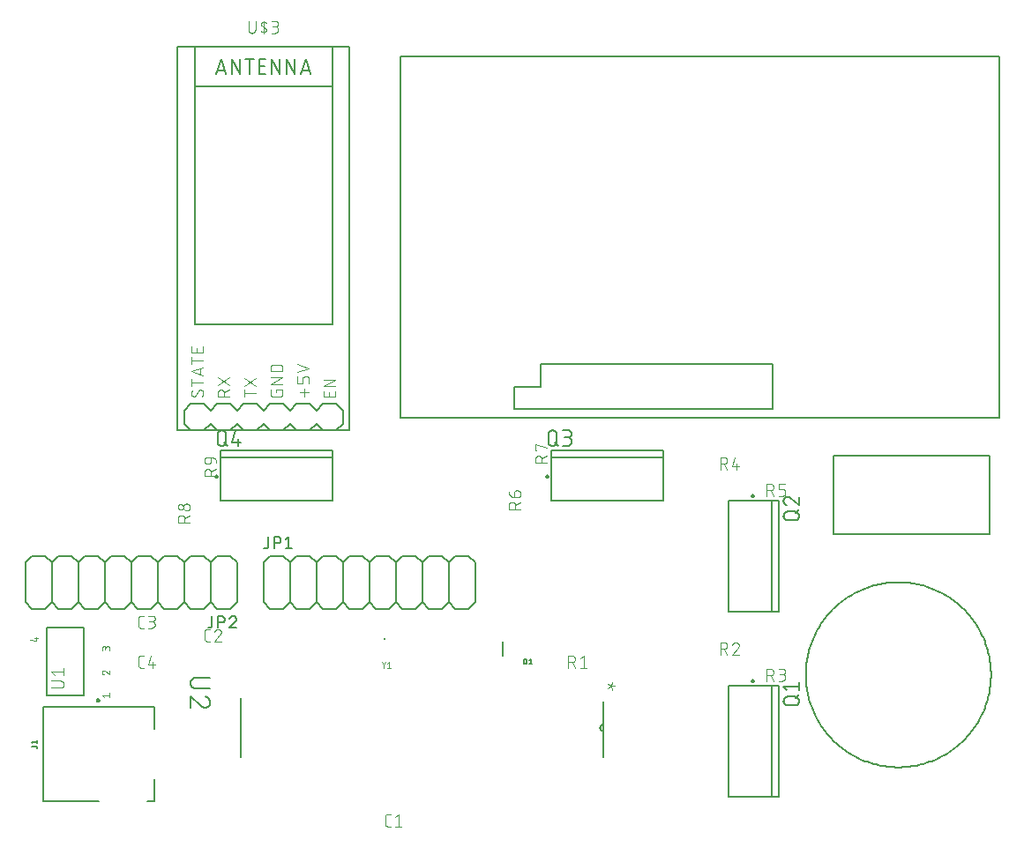
<source format=gbr>
G04 EAGLE Gerber X2 export*
G75*
%MOMM*%
%FSLAX34Y34*%
%LPD*%
%AMOC8*
5,1,8,0,0,1.08239X$1,22.5*%
G01*
%ADD10C,0.101600*%
%ADD11C,0.203200*%
%ADD12C,0.127000*%
%ADD13C,0.152400*%
%ADD14C,0.200000*%
%ADD15C,0.076200*%
%ADD16C,0.050800*%
%ADD17C,0.254000*%


D10*
X388686Y19558D02*
X386089Y19558D01*
X385990Y19560D01*
X385890Y19566D01*
X385791Y19575D01*
X385693Y19588D01*
X385595Y19605D01*
X385497Y19626D01*
X385401Y19651D01*
X385306Y19679D01*
X385212Y19711D01*
X385119Y19746D01*
X385027Y19785D01*
X384937Y19828D01*
X384849Y19873D01*
X384762Y19923D01*
X384678Y19975D01*
X384595Y20031D01*
X384515Y20089D01*
X384437Y20151D01*
X384362Y20216D01*
X384289Y20284D01*
X384219Y20354D01*
X384151Y20427D01*
X384086Y20502D01*
X384024Y20580D01*
X383966Y20660D01*
X383910Y20743D01*
X383858Y20827D01*
X383808Y20914D01*
X383763Y21002D01*
X383720Y21092D01*
X383681Y21184D01*
X383646Y21277D01*
X383614Y21371D01*
X383586Y21466D01*
X383561Y21562D01*
X383540Y21660D01*
X383523Y21758D01*
X383510Y21856D01*
X383501Y21955D01*
X383495Y22055D01*
X383493Y22154D01*
X383493Y28646D01*
X383495Y28745D01*
X383501Y28845D01*
X383510Y28944D01*
X383523Y29042D01*
X383540Y29140D01*
X383561Y29238D01*
X383586Y29334D01*
X383614Y29429D01*
X383646Y29523D01*
X383681Y29616D01*
X383720Y29708D01*
X383763Y29798D01*
X383808Y29886D01*
X383858Y29973D01*
X383910Y30057D01*
X383966Y30140D01*
X384024Y30220D01*
X384086Y30298D01*
X384151Y30373D01*
X384219Y30446D01*
X384289Y30516D01*
X384362Y30584D01*
X384437Y30649D01*
X384515Y30711D01*
X384595Y30769D01*
X384678Y30825D01*
X384762Y30877D01*
X384849Y30927D01*
X384937Y30972D01*
X385027Y31015D01*
X385119Y31054D01*
X385211Y31089D01*
X385306Y31121D01*
X385401Y31149D01*
X385497Y31174D01*
X385595Y31195D01*
X385693Y31212D01*
X385791Y31225D01*
X385890Y31234D01*
X385990Y31240D01*
X386089Y31242D01*
X388686Y31242D01*
X393051Y28646D02*
X396296Y31242D01*
X396296Y19558D01*
X393051Y19558D02*
X399542Y19558D01*
X215251Y197358D02*
X212654Y197358D01*
X212555Y197360D01*
X212455Y197366D01*
X212356Y197375D01*
X212258Y197388D01*
X212160Y197405D01*
X212062Y197426D01*
X211966Y197451D01*
X211871Y197479D01*
X211777Y197511D01*
X211684Y197546D01*
X211592Y197585D01*
X211502Y197628D01*
X211414Y197673D01*
X211327Y197723D01*
X211243Y197775D01*
X211160Y197831D01*
X211080Y197889D01*
X211002Y197951D01*
X210927Y198016D01*
X210854Y198084D01*
X210784Y198154D01*
X210716Y198227D01*
X210651Y198302D01*
X210589Y198380D01*
X210531Y198460D01*
X210475Y198543D01*
X210423Y198627D01*
X210373Y198714D01*
X210328Y198802D01*
X210285Y198892D01*
X210246Y198984D01*
X210211Y199077D01*
X210179Y199171D01*
X210151Y199266D01*
X210126Y199362D01*
X210105Y199460D01*
X210088Y199558D01*
X210075Y199656D01*
X210066Y199755D01*
X210060Y199855D01*
X210058Y199954D01*
X210058Y206446D01*
X210060Y206545D01*
X210066Y206645D01*
X210075Y206744D01*
X210088Y206842D01*
X210105Y206940D01*
X210126Y207038D01*
X210151Y207134D01*
X210179Y207229D01*
X210211Y207323D01*
X210246Y207416D01*
X210285Y207508D01*
X210328Y207598D01*
X210373Y207686D01*
X210423Y207773D01*
X210475Y207857D01*
X210531Y207940D01*
X210589Y208020D01*
X210651Y208098D01*
X210716Y208173D01*
X210784Y208246D01*
X210854Y208316D01*
X210927Y208384D01*
X211002Y208449D01*
X211080Y208511D01*
X211160Y208569D01*
X211243Y208625D01*
X211327Y208677D01*
X211414Y208727D01*
X211502Y208772D01*
X211592Y208815D01*
X211684Y208854D01*
X211776Y208889D01*
X211871Y208921D01*
X211966Y208949D01*
X212062Y208974D01*
X212160Y208995D01*
X212258Y209012D01*
X212356Y209025D01*
X212455Y209034D01*
X212555Y209040D01*
X212654Y209042D01*
X215251Y209042D01*
X223186Y209042D02*
X223293Y209040D01*
X223399Y209034D01*
X223505Y209024D01*
X223611Y209011D01*
X223717Y208993D01*
X223821Y208972D01*
X223925Y208947D01*
X224028Y208918D01*
X224129Y208886D01*
X224229Y208849D01*
X224328Y208809D01*
X224426Y208766D01*
X224522Y208719D01*
X224616Y208668D01*
X224708Y208614D01*
X224798Y208557D01*
X224886Y208497D01*
X224971Y208433D01*
X225054Y208366D01*
X225135Y208296D01*
X225213Y208224D01*
X225289Y208148D01*
X225361Y208070D01*
X225431Y207989D01*
X225498Y207906D01*
X225562Y207821D01*
X225622Y207733D01*
X225679Y207643D01*
X225733Y207551D01*
X225784Y207457D01*
X225831Y207361D01*
X225874Y207263D01*
X225914Y207164D01*
X225951Y207064D01*
X225983Y206963D01*
X226012Y206860D01*
X226037Y206756D01*
X226058Y206652D01*
X226076Y206546D01*
X226089Y206440D01*
X226099Y206334D01*
X226105Y206228D01*
X226107Y206121D01*
X223186Y209042D02*
X223065Y209040D01*
X222944Y209034D01*
X222824Y209024D01*
X222703Y209011D01*
X222584Y208993D01*
X222464Y208972D01*
X222346Y208947D01*
X222229Y208918D01*
X222112Y208885D01*
X221997Y208849D01*
X221883Y208808D01*
X221770Y208765D01*
X221658Y208717D01*
X221549Y208666D01*
X221441Y208611D01*
X221334Y208553D01*
X221230Y208492D01*
X221128Y208427D01*
X221028Y208359D01*
X220930Y208288D01*
X220834Y208214D01*
X220741Y208137D01*
X220651Y208056D01*
X220563Y207973D01*
X220478Y207887D01*
X220395Y207798D01*
X220316Y207707D01*
X220239Y207613D01*
X220166Y207517D01*
X220096Y207419D01*
X220029Y207318D01*
X219965Y207215D01*
X219905Y207110D01*
X219848Y207003D01*
X219794Y206895D01*
X219744Y206785D01*
X219698Y206673D01*
X219655Y206560D01*
X219616Y206445D01*
X225134Y203849D02*
X225213Y203926D01*
X225289Y204007D01*
X225362Y204090D01*
X225432Y204175D01*
X225499Y204263D01*
X225563Y204353D01*
X225623Y204445D01*
X225680Y204540D01*
X225734Y204636D01*
X225785Y204734D01*
X225832Y204834D01*
X225876Y204936D01*
X225916Y205039D01*
X225952Y205143D01*
X225984Y205249D01*
X226013Y205355D01*
X226038Y205463D01*
X226060Y205571D01*
X226077Y205681D01*
X226091Y205790D01*
X226100Y205900D01*
X226106Y206011D01*
X226108Y206121D01*
X225134Y203849D02*
X219616Y197358D01*
X226107Y197358D01*
X151751Y210058D02*
X149154Y210058D01*
X149055Y210060D01*
X148955Y210066D01*
X148856Y210075D01*
X148758Y210088D01*
X148660Y210105D01*
X148562Y210126D01*
X148466Y210151D01*
X148371Y210179D01*
X148277Y210211D01*
X148184Y210246D01*
X148092Y210285D01*
X148002Y210328D01*
X147914Y210373D01*
X147827Y210423D01*
X147743Y210475D01*
X147660Y210531D01*
X147580Y210589D01*
X147502Y210651D01*
X147427Y210716D01*
X147354Y210784D01*
X147284Y210854D01*
X147216Y210927D01*
X147151Y211002D01*
X147089Y211080D01*
X147031Y211160D01*
X146975Y211243D01*
X146923Y211327D01*
X146873Y211414D01*
X146828Y211502D01*
X146785Y211592D01*
X146746Y211684D01*
X146711Y211777D01*
X146679Y211871D01*
X146651Y211966D01*
X146626Y212062D01*
X146605Y212160D01*
X146588Y212258D01*
X146575Y212356D01*
X146566Y212455D01*
X146560Y212555D01*
X146558Y212654D01*
X146558Y219146D01*
X146560Y219245D01*
X146566Y219345D01*
X146575Y219444D01*
X146588Y219542D01*
X146605Y219640D01*
X146626Y219738D01*
X146651Y219834D01*
X146679Y219929D01*
X146711Y220023D01*
X146746Y220116D01*
X146785Y220208D01*
X146828Y220298D01*
X146873Y220386D01*
X146923Y220473D01*
X146975Y220557D01*
X147031Y220640D01*
X147089Y220720D01*
X147151Y220798D01*
X147216Y220873D01*
X147284Y220946D01*
X147354Y221016D01*
X147427Y221084D01*
X147502Y221149D01*
X147580Y221211D01*
X147660Y221269D01*
X147743Y221325D01*
X147827Y221377D01*
X147914Y221427D01*
X148002Y221472D01*
X148092Y221515D01*
X148184Y221554D01*
X148276Y221589D01*
X148371Y221621D01*
X148466Y221649D01*
X148562Y221674D01*
X148660Y221695D01*
X148758Y221712D01*
X148856Y221725D01*
X148955Y221734D01*
X149055Y221740D01*
X149154Y221742D01*
X151751Y221742D01*
X156116Y210058D02*
X159362Y210058D01*
X159475Y210060D01*
X159588Y210066D01*
X159701Y210076D01*
X159814Y210090D01*
X159926Y210107D01*
X160037Y210129D01*
X160147Y210154D01*
X160257Y210184D01*
X160365Y210217D01*
X160472Y210254D01*
X160578Y210294D01*
X160682Y210339D01*
X160785Y210387D01*
X160886Y210438D01*
X160985Y210493D01*
X161082Y210551D01*
X161177Y210613D01*
X161270Y210678D01*
X161360Y210746D01*
X161448Y210817D01*
X161534Y210892D01*
X161617Y210969D01*
X161697Y211049D01*
X161774Y211132D01*
X161849Y211218D01*
X161920Y211306D01*
X161988Y211396D01*
X162053Y211489D01*
X162115Y211584D01*
X162173Y211681D01*
X162228Y211780D01*
X162279Y211881D01*
X162327Y211984D01*
X162372Y212088D01*
X162412Y212194D01*
X162449Y212301D01*
X162482Y212409D01*
X162512Y212519D01*
X162537Y212629D01*
X162559Y212740D01*
X162576Y212852D01*
X162590Y212965D01*
X162600Y213078D01*
X162606Y213191D01*
X162608Y213304D01*
X162606Y213417D01*
X162600Y213530D01*
X162590Y213643D01*
X162576Y213756D01*
X162559Y213868D01*
X162537Y213979D01*
X162512Y214089D01*
X162482Y214199D01*
X162449Y214307D01*
X162412Y214414D01*
X162372Y214520D01*
X162327Y214624D01*
X162279Y214727D01*
X162228Y214828D01*
X162173Y214927D01*
X162115Y215024D01*
X162053Y215119D01*
X161988Y215212D01*
X161920Y215302D01*
X161849Y215390D01*
X161774Y215476D01*
X161697Y215559D01*
X161617Y215639D01*
X161534Y215716D01*
X161448Y215791D01*
X161360Y215862D01*
X161270Y215930D01*
X161177Y215995D01*
X161082Y216057D01*
X160985Y216115D01*
X160886Y216170D01*
X160785Y216221D01*
X160682Y216269D01*
X160578Y216314D01*
X160472Y216354D01*
X160365Y216391D01*
X160257Y216424D01*
X160147Y216454D01*
X160037Y216479D01*
X159926Y216501D01*
X159814Y216518D01*
X159701Y216532D01*
X159588Y216542D01*
X159475Y216548D01*
X159362Y216550D01*
X160011Y221742D02*
X156116Y221742D01*
X160011Y221742D02*
X160112Y221740D01*
X160212Y221734D01*
X160312Y221724D01*
X160412Y221711D01*
X160511Y221693D01*
X160610Y221672D01*
X160707Y221647D01*
X160804Y221618D01*
X160899Y221585D01*
X160993Y221549D01*
X161085Y221509D01*
X161176Y221466D01*
X161265Y221419D01*
X161352Y221369D01*
X161438Y221315D01*
X161521Y221258D01*
X161601Y221198D01*
X161680Y221135D01*
X161756Y221068D01*
X161829Y220999D01*
X161899Y220927D01*
X161967Y220853D01*
X162032Y220776D01*
X162093Y220696D01*
X162152Y220614D01*
X162207Y220530D01*
X162259Y220444D01*
X162308Y220356D01*
X162353Y220266D01*
X162395Y220174D01*
X162433Y220081D01*
X162467Y219986D01*
X162498Y219891D01*
X162525Y219794D01*
X162548Y219696D01*
X162568Y219597D01*
X162583Y219497D01*
X162595Y219397D01*
X162603Y219297D01*
X162607Y219196D01*
X162607Y219096D01*
X162603Y218995D01*
X162595Y218895D01*
X162583Y218795D01*
X162568Y218695D01*
X162548Y218596D01*
X162525Y218498D01*
X162498Y218401D01*
X162467Y218306D01*
X162433Y218211D01*
X162395Y218118D01*
X162353Y218026D01*
X162308Y217936D01*
X162259Y217848D01*
X162207Y217762D01*
X162152Y217678D01*
X162093Y217596D01*
X162032Y217516D01*
X161967Y217439D01*
X161899Y217365D01*
X161829Y217293D01*
X161756Y217224D01*
X161680Y217157D01*
X161601Y217094D01*
X161521Y217034D01*
X161438Y216977D01*
X161352Y216923D01*
X161265Y216873D01*
X161176Y216826D01*
X161085Y216783D01*
X160993Y216743D01*
X160899Y216707D01*
X160804Y216674D01*
X160707Y216645D01*
X160610Y216620D01*
X160511Y216599D01*
X160412Y216581D01*
X160312Y216568D01*
X160212Y216558D01*
X160112Y216552D01*
X160011Y216550D01*
X160011Y216549D02*
X157414Y216549D01*
X151751Y171958D02*
X149154Y171958D01*
X149055Y171960D01*
X148955Y171966D01*
X148856Y171975D01*
X148758Y171988D01*
X148660Y172005D01*
X148562Y172026D01*
X148466Y172051D01*
X148371Y172079D01*
X148277Y172111D01*
X148184Y172146D01*
X148092Y172185D01*
X148002Y172228D01*
X147914Y172273D01*
X147827Y172323D01*
X147743Y172375D01*
X147660Y172431D01*
X147580Y172489D01*
X147502Y172551D01*
X147427Y172616D01*
X147354Y172684D01*
X147284Y172754D01*
X147216Y172827D01*
X147151Y172902D01*
X147089Y172980D01*
X147031Y173060D01*
X146975Y173143D01*
X146923Y173227D01*
X146873Y173314D01*
X146828Y173402D01*
X146785Y173492D01*
X146746Y173584D01*
X146711Y173677D01*
X146679Y173771D01*
X146651Y173866D01*
X146626Y173962D01*
X146605Y174060D01*
X146588Y174158D01*
X146575Y174256D01*
X146566Y174355D01*
X146560Y174455D01*
X146558Y174554D01*
X146558Y181046D01*
X146560Y181145D01*
X146566Y181245D01*
X146575Y181344D01*
X146588Y181442D01*
X146605Y181540D01*
X146626Y181638D01*
X146651Y181734D01*
X146679Y181829D01*
X146711Y181923D01*
X146746Y182016D01*
X146785Y182108D01*
X146828Y182198D01*
X146873Y182286D01*
X146923Y182373D01*
X146975Y182457D01*
X147031Y182540D01*
X147089Y182620D01*
X147151Y182698D01*
X147216Y182773D01*
X147284Y182846D01*
X147354Y182916D01*
X147427Y182984D01*
X147502Y183049D01*
X147580Y183111D01*
X147660Y183169D01*
X147743Y183225D01*
X147827Y183277D01*
X147914Y183327D01*
X148002Y183372D01*
X148092Y183415D01*
X148184Y183454D01*
X148276Y183489D01*
X148371Y183521D01*
X148466Y183549D01*
X148562Y183574D01*
X148660Y183595D01*
X148758Y183612D01*
X148856Y183625D01*
X148955Y183634D01*
X149055Y183640D01*
X149154Y183642D01*
X151751Y183642D01*
X158713Y183642D02*
X156116Y174554D01*
X162607Y174554D01*
X160660Y177151D02*
X160660Y171958D01*
D11*
X496700Y183675D02*
X496700Y197325D01*
D12*
X516525Y180340D02*
X516525Y175514D01*
X516525Y180340D02*
X517865Y180340D01*
X517935Y180338D01*
X518005Y180333D01*
X518075Y180323D01*
X518144Y180311D01*
X518212Y180294D01*
X518279Y180274D01*
X518346Y180251D01*
X518410Y180224D01*
X518474Y180194D01*
X518536Y180160D01*
X518595Y180124D01*
X518653Y180084D01*
X518709Y180041D01*
X518762Y179996D01*
X518813Y179947D01*
X518862Y179896D01*
X518907Y179843D01*
X518950Y179787D01*
X518990Y179729D01*
X519026Y179670D01*
X519060Y179608D01*
X519090Y179544D01*
X519117Y179480D01*
X519140Y179413D01*
X519160Y179346D01*
X519177Y179278D01*
X519189Y179209D01*
X519199Y179139D01*
X519204Y179069D01*
X519206Y178999D01*
X519206Y176855D01*
X519204Y176785D01*
X519199Y176715D01*
X519189Y176645D01*
X519177Y176576D01*
X519160Y176508D01*
X519140Y176441D01*
X519117Y176374D01*
X519090Y176310D01*
X519060Y176246D01*
X519026Y176184D01*
X518990Y176125D01*
X518950Y176067D01*
X518907Y176011D01*
X518862Y175958D01*
X518813Y175907D01*
X518762Y175858D01*
X518709Y175813D01*
X518653Y175770D01*
X518595Y175730D01*
X518535Y175694D01*
X518474Y175660D01*
X518410Y175630D01*
X518346Y175603D01*
X518279Y175580D01*
X518212Y175560D01*
X518144Y175543D01*
X518075Y175531D01*
X518005Y175521D01*
X517935Y175516D01*
X517865Y175514D01*
X516525Y175514D01*
X522194Y179268D02*
X523535Y180340D01*
X523535Y175514D01*
X524875Y175514D02*
X522194Y175514D01*
D11*
X162400Y64900D02*
X162400Y43900D01*
X108400Y43900D02*
X55400Y43900D01*
X155400Y43900D02*
X162400Y43900D01*
X162400Y133900D02*
X55400Y133900D01*
X162400Y133900D02*
X162400Y112900D01*
X55400Y133900D02*
X55400Y43900D01*
D12*
X48077Y96352D02*
X44323Y96352D01*
X48077Y96352D02*
X48142Y96350D01*
X48206Y96344D01*
X48270Y96334D01*
X48334Y96321D01*
X48396Y96303D01*
X48457Y96282D01*
X48517Y96258D01*
X48575Y96229D01*
X48632Y96197D01*
X48686Y96162D01*
X48738Y96124D01*
X48788Y96082D01*
X48835Y96038D01*
X48879Y95991D01*
X48921Y95941D01*
X48959Y95889D01*
X48994Y95835D01*
X49026Y95778D01*
X49055Y95720D01*
X49079Y95660D01*
X49100Y95599D01*
X49118Y95537D01*
X49131Y95473D01*
X49141Y95409D01*
X49147Y95345D01*
X49149Y95280D01*
X49149Y94743D01*
X45395Y99300D02*
X44323Y100640D01*
X49149Y100640D01*
X49149Y99300D02*
X49149Y101981D01*
D13*
X266700Y234950D02*
X273050Y228600D01*
X285750Y228600D02*
X292100Y234950D01*
X298450Y228600D01*
X311150Y228600D02*
X317500Y234950D01*
X323850Y228600D01*
X336550Y228600D02*
X342900Y234950D01*
X349250Y228600D01*
X361950Y228600D02*
X368300Y234950D01*
X374650Y228600D01*
X387350Y228600D02*
X393700Y234950D01*
X400050Y228600D01*
X412750Y228600D02*
X419100Y234950D01*
X266700Y234950D02*
X266700Y273050D01*
X273050Y279400D01*
X285750Y279400D01*
X292100Y273050D01*
X298450Y279400D01*
X311150Y279400D01*
X317500Y273050D01*
X323850Y279400D01*
X336550Y279400D01*
X342900Y273050D01*
X349250Y279400D01*
X361950Y279400D01*
X368300Y273050D01*
X374650Y279400D01*
X387350Y279400D01*
X393700Y273050D01*
X400050Y279400D01*
X412750Y279400D01*
X419100Y273050D01*
X425450Y279400D01*
X438150Y279400D01*
X444500Y273050D01*
X444500Y234950D02*
X438150Y228600D01*
X425450Y228600D02*
X419100Y234950D01*
X292100Y234950D02*
X292100Y273050D01*
X317500Y273050D02*
X317500Y234950D01*
X342900Y234950D02*
X342900Y273050D01*
X368300Y273050D02*
X368300Y234950D01*
X393700Y234950D02*
X393700Y273050D01*
X419100Y273050D02*
X419100Y234950D01*
X444500Y234950D02*
X444500Y273050D01*
X438150Y228600D02*
X425450Y228600D01*
X412750Y228600D02*
X400050Y228600D01*
X387350Y228600D02*
X374650Y228600D01*
X361950Y228600D02*
X349250Y228600D01*
X336550Y228600D02*
X323850Y228600D01*
X311150Y228600D02*
X298450Y228600D01*
X285750Y228600D02*
X273050Y228600D01*
X444500Y273050D02*
X450850Y279400D01*
X463550Y279400D01*
X469900Y273050D01*
X469900Y234950D02*
X463550Y228600D01*
X450850Y228600D02*
X444500Y234950D01*
X469900Y234950D02*
X469900Y273050D01*
X463550Y228600D02*
X450850Y228600D01*
D12*
X271145Y288925D02*
X271145Y297815D01*
X271145Y288925D02*
X271143Y288825D01*
X271137Y288726D01*
X271127Y288626D01*
X271114Y288528D01*
X271096Y288429D01*
X271075Y288332D01*
X271050Y288236D01*
X271021Y288140D01*
X270988Y288046D01*
X270952Y287953D01*
X270912Y287862D01*
X270868Y287772D01*
X270821Y287684D01*
X270771Y287598D01*
X270717Y287514D01*
X270660Y287432D01*
X270600Y287353D01*
X270536Y287275D01*
X270470Y287201D01*
X270401Y287129D01*
X270329Y287060D01*
X270255Y286994D01*
X270177Y286930D01*
X270098Y286870D01*
X270016Y286813D01*
X269932Y286759D01*
X269846Y286709D01*
X269758Y286662D01*
X269668Y286618D01*
X269577Y286578D01*
X269484Y286542D01*
X269390Y286509D01*
X269294Y286480D01*
X269198Y286455D01*
X269101Y286434D01*
X269002Y286416D01*
X268904Y286403D01*
X268804Y286393D01*
X268705Y286387D01*
X268605Y286385D01*
X267335Y286385D01*
X277125Y286385D02*
X277125Y297815D01*
X280300Y297815D01*
X280411Y297813D01*
X280521Y297807D01*
X280632Y297798D01*
X280742Y297784D01*
X280851Y297767D01*
X280960Y297746D01*
X281068Y297721D01*
X281175Y297692D01*
X281281Y297660D01*
X281386Y297624D01*
X281489Y297584D01*
X281591Y297541D01*
X281692Y297494D01*
X281791Y297443D01*
X281888Y297390D01*
X281982Y297333D01*
X282075Y297272D01*
X282166Y297209D01*
X282255Y297142D01*
X282341Y297072D01*
X282424Y296999D01*
X282506Y296924D01*
X282584Y296846D01*
X282659Y296764D01*
X282732Y296681D01*
X282802Y296595D01*
X282869Y296506D01*
X282932Y296415D01*
X282993Y296322D01*
X283050Y296227D01*
X283103Y296131D01*
X283154Y296032D01*
X283201Y295931D01*
X283244Y295829D01*
X283284Y295726D01*
X283320Y295621D01*
X283352Y295515D01*
X283381Y295408D01*
X283406Y295300D01*
X283427Y295191D01*
X283444Y295082D01*
X283458Y294972D01*
X283467Y294861D01*
X283473Y294751D01*
X283475Y294640D01*
X283473Y294529D01*
X283467Y294419D01*
X283458Y294308D01*
X283444Y294198D01*
X283427Y294089D01*
X283406Y293980D01*
X283381Y293872D01*
X283352Y293765D01*
X283320Y293659D01*
X283284Y293554D01*
X283244Y293451D01*
X283201Y293349D01*
X283154Y293248D01*
X283103Y293149D01*
X283050Y293052D01*
X282993Y292958D01*
X282932Y292865D01*
X282869Y292774D01*
X282802Y292685D01*
X282732Y292599D01*
X282659Y292516D01*
X282584Y292434D01*
X282506Y292356D01*
X282424Y292281D01*
X282341Y292208D01*
X282255Y292138D01*
X282166Y292071D01*
X282075Y292008D01*
X281982Y291947D01*
X281888Y291890D01*
X281791Y291837D01*
X281692Y291786D01*
X281591Y291739D01*
X281489Y291696D01*
X281386Y291656D01*
X281281Y291620D01*
X281175Y291588D01*
X281068Y291559D01*
X280960Y291534D01*
X280851Y291513D01*
X280742Y291496D01*
X280632Y291482D01*
X280521Y291473D01*
X280411Y291467D01*
X280300Y291465D01*
X277125Y291465D01*
X287984Y295275D02*
X291159Y297815D01*
X291159Y286385D01*
X287984Y286385D02*
X294334Y286385D01*
D13*
X241300Y273050D02*
X234950Y279400D01*
X222250Y279400D02*
X215900Y273050D01*
X209550Y279400D01*
X196850Y279400D02*
X190500Y273050D01*
X184150Y279400D01*
X171450Y279400D02*
X165100Y273050D01*
X158750Y279400D01*
X146050Y279400D02*
X139700Y273050D01*
X133350Y279400D01*
X120650Y279400D02*
X114300Y273050D01*
X107950Y279400D01*
X95250Y279400D02*
X88900Y273050D01*
X241300Y273050D02*
X241300Y234950D01*
X234950Y228600D01*
X222250Y228600D01*
X215900Y234950D01*
X209550Y228600D01*
X196850Y228600D01*
X190500Y234950D01*
X184150Y228600D01*
X171450Y228600D01*
X165100Y234950D01*
X158750Y228600D01*
X146050Y228600D01*
X139700Y234950D01*
X133350Y228600D01*
X120650Y228600D01*
X114300Y234950D01*
X107950Y228600D01*
X95250Y228600D01*
X88900Y234950D01*
X82550Y228600D01*
X69850Y228600D01*
X63500Y234950D01*
X63500Y273050D02*
X69850Y279400D01*
X82550Y279400D02*
X88900Y273050D01*
X215900Y273050D02*
X215900Y234950D01*
X190500Y234950D02*
X190500Y273050D01*
X165100Y273050D02*
X165100Y234950D01*
X139700Y234950D02*
X139700Y273050D01*
X114300Y273050D02*
X114300Y234950D01*
X88900Y234950D02*
X88900Y273050D01*
X63500Y273050D02*
X63500Y234950D01*
X69850Y279400D02*
X82550Y279400D01*
X95250Y279400D02*
X107950Y279400D01*
X120650Y279400D02*
X133350Y279400D01*
X146050Y279400D02*
X158750Y279400D01*
X171450Y279400D02*
X184150Y279400D01*
X196850Y279400D02*
X209550Y279400D01*
X222250Y279400D02*
X234950Y279400D01*
X63500Y234950D02*
X57150Y228600D01*
X44450Y228600D01*
X38100Y234950D01*
X38100Y273050D02*
X44450Y279400D01*
X57150Y279400D02*
X63500Y273050D01*
X38100Y273050D02*
X38100Y234950D01*
X44450Y279400D02*
X57150Y279400D01*
D12*
X217476Y221615D02*
X217476Y212725D01*
X217474Y212625D01*
X217468Y212526D01*
X217458Y212426D01*
X217445Y212328D01*
X217427Y212229D01*
X217406Y212132D01*
X217381Y212036D01*
X217352Y211940D01*
X217319Y211846D01*
X217283Y211753D01*
X217243Y211662D01*
X217199Y211572D01*
X217152Y211484D01*
X217102Y211398D01*
X217048Y211314D01*
X216991Y211232D01*
X216931Y211153D01*
X216867Y211075D01*
X216801Y211001D01*
X216732Y210929D01*
X216660Y210860D01*
X216586Y210794D01*
X216508Y210730D01*
X216429Y210670D01*
X216347Y210613D01*
X216263Y210559D01*
X216177Y210509D01*
X216089Y210462D01*
X215999Y210418D01*
X215908Y210378D01*
X215815Y210342D01*
X215721Y210309D01*
X215625Y210280D01*
X215529Y210255D01*
X215432Y210234D01*
X215333Y210216D01*
X215235Y210203D01*
X215135Y210193D01*
X215036Y210187D01*
X214936Y210185D01*
X213666Y210185D01*
X223457Y210185D02*
X223457Y221615D01*
X226632Y221615D01*
X226743Y221613D01*
X226853Y221607D01*
X226964Y221598D01*
X227074Y221584D01*
X227183Y221567D01*
X227292Y221546D01*
X227400Y221521D01*
X227507Y221492D01*
X227613Y221460D01*
X227718Y221424D01*
X227821Y221384D01*
X227923Y221341D01*
X228024Y221294D01*
X228123Y221243D01*
X228220Y221190D01*
X228314Y221133D01*
X228407Y221072D01*
X228498Y221009D01*
X228587Y220942D01*
X228673Y220872D01*
X228756Y220799D01*
X228838Y220724D01*
X228916Y220646D01*
X228991Y220564D01*
X229064Y220481D01*
X229134Y220395D01*
X229201Y220306D01*
X229264Y220215D01*
X229325Y220122D01*
X229382Y220027D01*
X229435Y219931D01*
X229486Y219832D01*
X229533Y219731D01*
X229576Y219629D01*
X229616Y219526D01*
X229652Y219421D01*
X229684Y219315D01*
X229713Y219208D01*
X229738Y219100D01*
X229759Y218991D01*
X229776Y218882D01*
X229790Y218772D01*
X229799Y218661D01*
X229805Y218551D01*
X229807Y218440D01*
X229805Y218329D01*
X229799Y218219D01*
X229790Y218108D01*
X229776Y217998D01*
X229759Y217889D01*
X229738Y217780D01*
X229713Y217672D01*
X229684Y217565D01*
X229652Y217459D01*
X229616Y217354D01*
X229576Y217251D01*
X229533Y217149D01*
X229486Y217048D01*
X229435Y216949D01*
X229382Y216852D01*
X229325Y216758D01*
X229264Y216665D01*
X229201Y216574D01*
X229134Y216485D01*
X229064Y216399D01*
X228991Y216316D01*
X228916Y216234D01*
X228838Y216156D01*
X228756Y216081D01*
X228673Y216008D01*
X228587Y215938D01*
X228498Y215871D01*
X228407Y215808D01*
X228314Y215747D01*
X228219Y215690D01*
X228123Y215637D01*
X228024Y215586D01*
X227923Y215539D01*
X227821Y215496D01*
X227718Y215456D01*
X227613Y215420D01*
X227507Y215388D01*
X227400Y215359D01*
X227292Y215334D01*
X227183Y215313D01*
X227074Y215296D01*
X226964Y215282D01*
X226853Y215273D01*
X226743Y215267D01*
X226632Y215265D01*
X223457Y215265D01*
X237808Y221616D02*
X237912Y221614D01*
X238017Y221608D01*
X238121Y221599D01*
X238224Y221586D01*
X238327Y221568D01*
X238429Y221548D01*
X238531Y221523D01*
X238631Y221495D01*
X238731Y221463D01*
X238829Y221427D01*
X238926Y221388D01*
X239021Y221346D01*
X239115Y221300D01*
X239207Y221250D01*
X239297Y221198D01*
X239385Y221142D01*
X239471Y221082D01*
X239555Y221020D01*
X239636Y220955D01*
X239715Y220887D01*
X239792Y220815D01*
X239865Y220742D01*
X239937Y220665D01*
X240005Y220586D01*
X240070Y220505D01*
X240132Y220421D01*
X240192Y220335D01*
X240248Y220247D01*
X240300Y220157D01*
X240350Y220065D01*
X240396Y219971D01*
X240438Y219876D01*
X240477Y219779D01*
X240513Y219681D01*
X240545Y219581D01*
X240573Y219481D01*
X240598Y219379D01*
X240618Y219277D01*
X240636Y219174D01*
X240649Y219071D01*
X240658Y218967D01*
X240664Y218862D01*
X240666Y218758D01*
X237808Y221615D02*
X237690Y221613D01*
X237571Y221607D01*
X237453Y221598D01*
X237336Y221585D01*
X237219Y221567D01*
X237102Y221547D01*
X236986Y221522D01*
X236871Y221494D01*
X236758Y221461D01*
X236645Y221426D01*
X236533Y221386D01*
X236423Y221344D01*
X236314Y221297D01*
X236206Y221247D01*
X236101Y221194D01*
X235997Y221137D01*
X235895Y221077D01*
X235795Y221014D01*
X235697Y220947D01*
X235601Y220878D01*
X235508Y220805D01*
X235417Y220729D01*
X235328Y220651D01*
X235242Y220569D01*
X235159Y220485D01*
X235078Y220399D01*
X235001Y220309D01*
X234926Y220218D01*
X234854Y220124D01*
X234785Y220027D01*
X234720Y219929D01*
X234657Y219828D01*
X234598Y219725D01*
X234542Y219621D01*
X234490Y219515D01*
X234441Y219407D01*
X234396Y219298D01*
X234354Y219187D01*
X234316Y219075D01*
X239713Y216536D02*
X239789Y216611D01*
X239864Y216690D01*
X239935Y216771D01*
X240004Y216855D01*
X240069Y216941D01*
X240131Y217029D01*
X240191Y217119D01*
X240247Y217211D01*
X240300Y217306D01*
X240349Y217402D01*
X240395Y217500D01*
X240438Y217599D01*
X240477Y217700D01*
X240512Y217802D01*
X240544Y217905D01*
X240572Y218009D01*
X240597Y218114D01*
X240618Y218221D01*
X240635Y218327D01*
X240648Y218434D01*
X240657Y218542D01*
X240663Y218650D01*
X240665Y218758D01*
X239713Y216535D02*
X234315Y210185D01*
X240665Y210185D01*
D14*
X735600Y159258D02*
X735602Y159321D01*
X735608Y159383D01*
X735618Y159445D01*
X735631Y159507D01*
X735649Y159567D01*
X735670Y159626D01*
X735695Y159684D01*
X735724Y159740D01*
X735756Y159794D01*
X735791Y159846D01*
X735829Y159895D01*
X735871Y159943D01*
X735915Y159987D01*
X735963Y160029D01*
X736012Y160067D01*
X736064Y160102D01*
X736118Y160134D01*
X736174Y160163D01*
X736232Y160188D01*
X736291Y160209D01*
X736351Y160227D01*
X736413Y160240D01*
X736475Y160250D01*
X736537Y160256D01*
X736600Y160258D01*
X736663Y160256D01*
X736725Y160250D01*
X736787Y160240D01*
X736849Y160227D01*
X736909Y160209D01*
X736968Y160188D01*
X737026Y160163D01*
X737082Y160134D01*
X737136Y160102D01*
X737188Y160067D01*
X737237Y160029D01*
X737285Y159987D01*
X737329Y159943D01*
X737371Y159895D01*
X737409Y159846D01*
X737444Y159794D01*
X737476Y159740D01*
X737505Y159684D01*
X737530Y159626D01*
X737551Y159567D01*
X737569Y159507D01*
X737582Y159445D01*
X737592Y159383D01*
X737598Y159321D01*
X737600Y159258D01*
X737598Y159195D01*
X737592Y159133D01*
X737582Y159071D01*
X737569Y159009D01*
X737551Y158949D01*
X737530Y158890D01*
X737505Y158832D01*
X737476Y158776D01*
X737444Y158722D01*
X737409Y158670D01*
X737371Y158621D01*
X737329Y158573D01*
X737285Y158529D01*
X737237Y158487D01*
X737188Y158449D01*
X737136Y158414D01*
X737082Y158382D01*
X737026Y158353D01*
X736968Y158328D01*
X736909Y158307D01*
X736849Y158289D01*
X736787Y158276D01*
X736725Y158266D01*
X736663Y158260D01*
X736600Y158258D01*
X736537Y158260D01*
X736475Y158266D01*
X736413Y158276D01*
X736351Y158289D01*
X736291Y158307D01*
X736232Y158328D01*
X736174Y158353D01*
X736118Y158382D01*
X736064Y158414D01*
X736012Y158449D01*
X735963Y158487D01*
X735915Y158529D01*
X735871Y158573D01*
X735829Y158621D01*
X735791Y158670D01*
X735756Y158722D01*
X735724Y158776D01*
X735695Y158832D01*
X735670Y158890D01*
X735649Y158949D01*
X735631Y159009D01*
X735618Y159071D01*
X735608Y159133D01*
X735602Y159195D01*
X735600Y159258D01*
D13*
X770265Y135851D02*
X776870Y135851D01*
X770265Y135851D02*
X770138Y135853D01*
X770011Y135859D01*
X769884Y135869D01*
X769758Y135882D01*
X769632Y135900D01*
X769506Y135921D01*
X769382Y135947D01*
X769258Y135976D01*
X769135Y136009D01*
X769014Y136045D01*
X768893Y136086D01*
X768774Y136130D01*
X768656Y136178D01*
X768540Y136229D01*
X768425Y136284D01*
X768312Y136342D01*
X768201Y136404D01*
X768092Y136469D01*
X767985Y136538D01*
X767880Y136610D01*
X767777Y136685D01*
X767677Y136763D01*
X767579Y136844D01*
X767484Y136928D01*
X767391Y137015D01*
X767301Y137105D01*
X767214Y137198D01*
X767130Y137293D01*
X767049Y137391D01*
X766971Y137491D01*
X766896Y137594D01*
X766824Y137699D01*
X766755Y137806D01*
X766690Y137915D01*
X766628Y138026D01*
X766570Y138139D01*
X766515Y138254D01*
X766464Y138370D01*
X766416Y138488D01*
X766372Y138607D01*
X766331Y138728D01*
X766295Y138849D01*
X766262Y138972D01*
X766233Y139096D01*
X766207Y139220D01*
X766186Y139346D01*
X766168Y139472D01*
X766155Y139598D01*
X766145Y139725D01*
X766139Y139852D01*
X766137Y139979D01*
X766139Y140106D01*
X766145Y140233D01*
X766155Y140360D01*
X766168Y140486D01*
X766186Y140612D01*
X766207Y140738D01*
X766233Y140862D01*
X766262Y140986D01*
X766295Y141109D01*
X766331Y141230D01*
X766372Y141351D01*
X766416Y141470D01*
X766464Y141588D01*
X766515Y141704D01*
X766570Y141819D01*
X766628Y141932D01*
X766690Y142043D01*
X766755Y142152D01*
X766824Y142259D01*
X766896Y142364D01*
X766971Y142467D01*
X767049Y142567D01*
X767130Y142665D01*
X767214Y142760D01*
X767301Y142853D01*
X767391Y142943D01*
X767484Y143030D01*
X767579Y143114D01*
X767677Y143195D01*
X767777Y143273D01*
X767880Y143348D01*
X767985Y143420D01*
X768092Y143489D01*
X768201Y143554D01*
X768312Y143616D01*
X768425Y143674D01*
X768540Y143729D01*
X768656Y143780D01*
X768774Y143828D01*
X768893Y143872D01*
X769014Y143913D01*
X769135Y143949D01*
X769258Y143982D01*
X769382Y144011D01*
X769506Y144037D01*
X769632Y144058D01*
X769758Y144076D01*
X769884Y144089D01*
X770011Y144099D01*
X770138Y144105D01*
X770265Y144107D01*
X776870Y144107D01*
X776997Y144105D01*
X777124Y144099D01*
X777251Y144089D01*
X777377Y144076D01*
X777503Y144058D01*
X777629Y144037D01*
X777753Y144011D01*
X777877Y143982D01*
X778000Y143949D01*
X778121Y143913D01*
X778242Y143872D01*
X778361Y143828D01*
X778479Y143780D01*
X778595Y143729D01*
X778710Y143674D01*
X778823Y143616D01*
X778934Y143554D01*
X779043Y143489D01*
X779150Y143420D01*
X779255Y143348D01*
X779358Y143273D01*
X779458Y143195D01*
X779556Y143114D01*
X779651Y143030D01*
X779744Y142943D01*
X779834Y142853D01*
X779921Y142760D01*
X780005Y142665D01*
X780086Y142567D01*
X780164Y142467D01*
X780239Y142364D01*
X780311Y142259D01*
X780380Y142152D01*
X780445Y142043D01*
X780507Y141932D01*
X780565Y141819D01*
X780620Y141704D01*
X780671Y141588D01*
X780719Y141470D01*
X780763Y141351D01*
X780804Y141230D01*
X780840Y141109D01*
X780873Y140986D01*
X780902Y140862D01*
X780928Y140738D01*
X780949Y140612D01*
X780967Y140486D01*
X780980Y140360D01*
X780990Y140233D01*
X780996Y140106D01*
X780998Y139979D01*
X780996Y139852D01*
X780990Y139725D01*
X780980Y139598D01*
X780967Y139472D01*
X780949Y139346D01*
X780928Y139220D01*
X780902Y139096D01*
X780873Y138972D01*
X780840Y138849D01*
X780804Y138728D01*
X780763Y138607D01*
X780719Y138488D01*
X780671Y138370D01*
X780620Y138254D01*
X780565Y138139D01*
X780507Y138026D01*
X780445Y137915D01*
X780380Y137806D01*
X780311Y137699D01*
X780239Y137594D01*
X780164Y137491D01*
X780086Y137391D01*
X780005Y137293D01*
X779921Y137198D01*
X779834Y137105D01*
X779744Y137015D01*
X779651Y136928D01*
X779556Y136844D01*
X779458Y136763D01*
X779358Y136685D01*
X779255Y136610D01*
X779150Y136538D01*
X779043Y136469D01*
X778934Y136404D01*
X778823Y136342D01*
X778710Y136284D01*
X778595Y136229D01*
X778479Y136178D01*
X778361Y136130D01*
X778242Y136086D01*
X778121Y136045D01*
X778000Y136009D01*
X777877Y135976D01*
X777753Y135947D01*
X777629Y135921D01*
X777503Y135900D01*
X777377Y135882D01*
X777251Y135869D01*
X777124Y135859D01*
X776997Y135853D01*
X776870Y135851D01*
X777696Y142456D02*
X780998Y145759D01*
X769440Y150042D02*
X766137Y154170D01*
X780998Y154170D01*
X780998Y150042D02*
X780998Y158298D01*
D12*
X761400Y155000D02*
X761400Y48200D01*
X755050Y48200D01*
X713000Y48200D01*
X713000Y155000D01*
X755050Y155000D01*
X761400Y155000D01*
X755050Y155000D02*
X755050Y48200D01*
D14*
X735600Y337058D02*
X735602Y337121D01*
X735608Y337183D01*
X735618Y337245D01*
X735631Y337307D01*
X735649Y337367D01*
X735670Y337426D01*
X735695Y337484D01*
X735724Y337540D01*
X735756Y337594D01*
X735791Y337646D01*
X735829Y337695D01*
X735871Y337743D01*
X735915Y337787D01*
X735963Y337829D01*
X736012Y337867D01*
X736064Y337902D01*
X736118Y337934D01*
X736174Y337963D01*
X736232Y337988D01*
X736291Y338009D01*
X736351Y338027D01*
X736413Y338040D01*
X736475Y338050D01*
X736537Y338056D01*
X736600Y338058D01*
X736663Y338056D01*
X736725Y338050D01*
X736787Y338040D01*
X736849Y338027D01*
X736909Y338009D01*
X736968Y337988D01*
X737026Y337963D01*
X737082Y337934D01*
X737136Y337902D01*
X737188Y337867D01*
X737237Y337829D01*
X737285Y337787D01*
X737329Y337743D01*
X737371Y337695D01*
X737409Y337646D01*
X737444Y337594D01*
X737476Y337540D01*
X737505Y337484D01*
X737530Y337426D01*
X737551Y337367D01*
X737569Y337307D01*
X737582Y337245D01*
X737592Y337183D01*
X737598Y337121D01*
X737600Y337058D01*
X737598Y336995D01*
X737592Y336933D01*
X737582Y336871D01*
X737569Y336809D01*
X737551Y336749D01*
X737530Y336690D01*
X737505Y336632D01*
X737476Y336576D01*
X737444Y336522D01*
X737409Y336470D01*
X737371Y336421D01*
X737329Y336373D01*
X737285Y336329D01*
X737237Y336287D01*
X737188Y336249D01*
X737136Y336214D01*
X737082Y336182D01*
X737026Y336153D01*
X736968Y336128D01*
X736909Y336107D01*
X736849Y336089D01*
X736787Y336076D01*
X736725Y336066D01*
X736663Y336060D01*
X736600Y336058D01*
X736537Y336060D01*
X736475Y336066D01*
X736413Y336076D01*
X736351Y336089D01*
X736291Y336107D01*
X736232Y336128D01*
X736174Y336153D01*
X736118Y336182D01*
X736064Y336214D01*
X736012Y336249D01*
X735963Y336287D01*
X735915Y336329D01*
X735871Y336373D01*
X735829Y336421D01*
X735791Y336470D01*
X735756Y336522D01*
X735724Y336576D01*
X735695Y336632D01*
X735670Y336690D01*
X735649Y336749D01*
X735631Y336809D01*
X735618Y336871D01*
X735608Y336933D01*
X735602Y336995D01*
X735600Y337058D01*
D13*
X770265Y313651D02*
X776870Y313651D01*
X770265Y313651D02*
X770138Y313653D01*
X770011Y313659D01*
X769884Y313669D01*
X769758Y313682D01*
X769632Y313700D01*
X769506Y313721D01*
X769382Y313747D01*
X769258Y313776D01*
X769135Y313809D01*
X769014Y313845D01*
X768893Y313886D01*
X768774Y313930D01*
X768656Y313978D01*
X768540Y314029D01*
X768425Y314084D01*
X768312Y314142D01*
X768201Y314204D01*
X768092Y314269D01*
X767985Y314338D01*
X767880Y314410D01*
X767777Y314485D01*
X767677Y314563D01*
X767579Y314644D01*
X767484Y314728D01*
X767391Y314815D01*
X767301Y314905D01*
X767214Y314998D01*
X767130Y315093D01*
X767049Y315191D01*
X766971Y315291D01*
X766896Y315394D01*
X766824Y315499D01*
X766755Y315606D01*
X766690Y315715D01*
X766628Y315826D01*
X766570Y315939D01*
X766515Y316054D01*
X766464Y316170D01*
X766416Y316288D01*
X766372Y316407D01*
X766331Y316528D01*
X766295Y316649D01*
X766262Y316772D01*
X766233Y316896D01*
X766207Y317020D01*
X766186Y317146D01*
X766168Y317272D01*
X766155Y317398D01*
X766145Y317525D01*
X766139Y317652D01*
X766137Y317779D01*
X766139Y317906D01*
X766145Y318033D01*
X766155Y318160D01*
X766168Y318286D01*
X766186Y318412D01*
X766207Y318538D01*
X766233Y318662D01*
X766262Y318786D01*
X766295Y318909D01*
X766331Y319030D01*
X766372Y319151D01*
X766416Y319270D01*
X766464Y319388D01*
X766515Y319504D01*
X766570Y319619D01*
X766628Y319732D01*
X766690Y319843D01*
X766755Y319952D01*
X766824Y320059D01*
X766896Y320164D01*
X766971Y320267D01*
X767049Y320367D01*
X767130Y320465D01*
X767214Y320560D01*
X767301Y320653D01*
X767391Y320743D01*
X767484Y320830D01*
X767579Y320914D01*
X767677Y320995D01*
X767777Y321073D01*
X767880Y321148D01*
X767985Y321220D01*
X768092Y321289D01*
X768201Y321354D01*
X768312Y321416D01*
X768425Y321474D01*
X768540Y321529D01*
X768656Y321580D01*
X768774Y321628D01*
X768893Y321672D01*
X769014Y321713D01*
X769135Y321749D01*
X769258Y321782D01*
X769382Y321811D01*
X769506Y321837D01*
X769632Y321858D01*
X769758Y321876D01*
X769884Y321889D01*
X770011Y321899D01*
X770138Y321905D01*
X770265Y321907D01*
X776870Y321907D01*
X776997Y321905D01*
X777124Y321899D01*
X777251Y321889D01*
X777377Y321876D01*
X777503Y321858D01*
X777629Y321837D01*
X777753Y321811D01*
X777877Y321782D01*
X778000Y321749D01*
X778121Y321713D01*
X778242Y321672D01*
X778361Y321628D01*
X778479Y321580D01*
X778595Y321529D01*
X778710Y321474D01*
X778823Y321416D01*
X778934Y321354D01*
X779043Y321289D01*
X779150Y321220D01*
X779255Y321148D01*
X779358Y321073D01*
X779458Y320995D01*
X779556Y320914D01*
X779651Y320830D01*
X779744Y320743D01*
X779834Y320653D01*
X779921Y320560D01*
X780005Y320465D01*
X780086Y320367D01*
X780164Y320267D01*
X780239Y320164D01*
X780311Y320059D01*
X780380Y319952D01*
X780445Y319843D01*
X780507Y319732D01*
X780565Y319619D01*
X780620Y319504D01*
X780671Y319388D01*
X780719Y319270D01*
X780763Y319151D01*
X780804Y319030D01*
X780840Y318909D01*
X780873Y318786D01*
X780902Y318662D01*
X780928Y318538D01*
X780949Y318412D01*
X780967Y318286D01*
X780980Y318160D01*
X780990Y318033D01*
X780996Y317906D01*
X780998Y317779D01*
X780996Y317652D01*
X780990Y317525D01*
X780980Y317398D01*
X780967Y317272D01*
X780949Y317146D01*
X780928Y317020D01*
X780902Y316896D01*
X780873Y316772D01*
X780840Y316649D01*
X780804Y316528D01*
X780763Y316407D01*
X780719Y316288D01*
X780671Y316170D01*
X780620Y316054D01*
X780565Y315939D01*
X780507Y315826D01*
X780445Y315715D01*
X780380Y315606D01*
X780311Y315499D01*
X780239Y315394D01*
X780164Y315291D01*
X780086Y315191D01*
X780005Y315093D01*
X779921Y314998D01*
X779834Y314905D01*
X779744Y314815D01*
X779651Y314728D01*
X779556Y314644D01*
X779458Y314563D01*
X779358Y314485D01*
X779255Y314410D01*
X779150Y314338D01*
X779043Y314269D01*
X778934Y314204D01*
X778823Y314142D01*
X778710Y314084D01*
X778595Y314029D01*
X778479Y313978D01*
X778361Y313930D01*
X778242Y313886D01*
X778121Y313845D01*
X778000Y313809D01*
X777877Y313776D01*
X777753Y313747D01*
X777629Y313721D01*
X777503Y313700D01*
X777377Y313682D01*
X777251Y313669D01*
X777124Y313659D01*
X776997Y313653D01*
X776870Y313651D01*
X777696Y320256D02*
X780998Y323559D01*
X769853Y336098D02*
X769731Y336096D01*
X769610Y336090D01*
X769489Y336080D01*
X769368Y336066D01*
X769248Y336048D01*
X769128Y336027D01*
X769009Y336001D01*
X768891Y335971D01*
X768775Y335938D01*
X768659Y335901D01*
X768544Y335860D01*
X768431Y335815D01*
X768320Y335767D01*
X768210Y335715D01*
X768102Y335659D01*
X767996Y335600D01*
X767891Y335538D01*
X767789Y335472D01*
X767689Y335403D01*
X767591Y335330D01*
X767496Y335255D01*
X767404Y335176D01*
X767313Y335094D01*
X767226Y335010D01*
X767142Y334923D01*
X767060Y334832D01*
X766981Y334740D01*
X766906Y334645D01*
X766833Y334547D01*
X766764Y334447D01*
X766698Y334345D01*
X766636Y334241D01*
X766577Y334134D01*
X766521Y334026D01*
X766469Y333916D01*
X766421Y333805D01*
X766376Y333692D01*
X766335Y333577D01*
X766298Y333461D01*
X766265Y333345D01*
X766235Y333227D01*
X766209Y333108D01*
X766188Y332988D01*
X766170Y332868D01*
X766156Y332747D01*
X766146Y332626D01*
X766140Y332505D01*
X766138Y332383D01*
X766137Y332383D02*
X766139Y332247D01*
X766145Y332110D01*
X766155Y331974D01*
X766168Y331839D01*
X766186Y331703D01*
X766207Y331569D01*
X766232Y331434D01*
X766261Y331301D01*
X766294Y331169D01*
X766331Y331037D01*
X766371Y330907D01*
X766415Y330778D01*
X766463Y330650D01*
X766514Y330524D01*
X766569Y330399D01*
X766627Y330276D01*
X766689Y330154D01*
X766755Y330034D01*
X766824Y329917D01*
X766896Y329801D01*
X766971Y329687D01*
X767050Y329576D01*
X767132Y329466D01*
X767217Y329360D01*
X767305Y329255D01*
X767395Y329154D01*
X767489Y329054D01*
X767586Y328958D01*
X767685Y328864D01*
X767787Y328774D01*
X767891Y328686D01*
X767998Y328601D01*
X768107Y328520D01*
X768219Y328441D01*
X768333Y328366D01*
X768448Y328294D01*
X768566Y328225D01*
X768686Y328160D01*
X768808Y328098D01*
X768931Y328040D01*
X769056Y327985D01*
X769182Y327934D01*
X769310Y327886D01*
X769439Y327842D01*
X772743Y334860D02*
X772656Y334949D01*
X772566Y335035D01*
X772474Y335118D01*
X772379Y335198D01*
X772281Y335275D01*
X772181Y335349D01*
X772079Y335420D01*
X771975Y335488D01*
X771869Y335553D01*
X771760Y335614D01*
X771650Y335671D01*
X771539Y335726D01*
X771425Y335776D01*
X771310Y335823D01*
X771194Y335867D01*
X771076Y335907D01*
X770957Y335943D01*
X770837Y335976D01*
X770716Y336005D01*
X770594Y336030D01*
X770472Y336051D01*
X770349Y336068D01*
X770225Y336082D01*
X770101Y336091D01*
X769977Y336097D01*
X769853Y336099D01*
X772742Y334860D02*
X780998Y327842D01*
X780998Y336098D01*
D12*
X761400Y332800D02*
X761400Y226000D01*
X755050Y226000D01*
X713000Y226000D01*
X713000Y332800D01*
X755050Y332800D01*
X761400Y332800D01*
X755050Y332800D02*
X755050Y226000D01*
D14*
X538242Y355600D02*
X538244Y355663D01*
X538250Y355725D01*
X538260Y355787D01*
X538273Y355849D01*
X538291Y355909D01*
X538312Y355968D01*
X538337Y356026D01*
X538366Y356082D01*
X538398Y356136D01*
X538433Y356188D01*
X538471Y356237D01*
X538513Y356285D01*
X538557Y356329D01*
X538605Y356371D01*
X538654Y356409D01*
X538706Y356444D01*
X538760Y356476D01*
X538816Y356505D01*
X538874Y356530D01*
X538933Y356551D01*
X538993Y356569D01*
X539055Y356582D01*
X539117Y356592D01*
X539179Y356598D01*
X539242Y356600D01*
X539305Y356598D01*
X539367Y356592D01*
X539429Y356582D01*
X539491Y356569D01*
X539551Y356551D01*
X539610Y356530D01*
X539668Y356505D01*
X539724Y356476D01*
X539778Y356444D01*
X539830Y356409D01*
X539879Y356371D01*
X539927Y356329D01*
X539971Y356285D01*
X540013Y356237D01*
X540051Y356188D01*
X540086Y356136D01*
X540118Y356082D01*
X540147Y356026D01*
X540172Y355968D01*
X540193Y355909D01*
X540211Y355849D01*
X540224Y355787D01*
X540234Y355725D01*
X540240Y355663D01*
X540242Y355600D01*
X540240Y355537D01*
X540234Y355475D01*
X540224Y355413D01*
X540211Y355351D01*
X540193Y355291D01*
X540172Y355232D01*
X540147Y355174D01*
X540118Y355118D01*
X540086Y355064D01*
X540051Y355012D01*
X540013Y354963D01*
X539971Y354915D01*
X539927Y354871D01*
X539879Y354829D01*
X539830Y354791D01*
X539778Y354756D01*
X539724Y354724D01*
X539668Y354695D01*
X539610Y354670D01*
X539551Y354649D01*
X539491Y354631D01*
X539429Y354618D01*
X539367Y354608D01*
X539305Y354602D01*
X539242Y354600D01*
X539179Y354602D01*
X539117Y354608D01*
X539055Y354618D01*
X538993Y354631D01*
X538933Y354649D01*
X538874Y354670D01*
X538816Y354695D01*
X538760Y354724D01*
X538706Y354756D01*
X538654Y354791D01*
X538605Y354829D01*
X538557Y354871D01*
X538513Y354915D01*
X538471Y354963D01*
X538433Y355012D01*
X538398Y355064D01*
X538366Y355118D01*
X538337Y355174D01*
X538312Y355232D01*
X538291Y355291D01*
X538273Y355351D01*
X538260Y355413D01*
X538250Y355475D01*
X538244Y355537D01*
X538242Y355600D01*
D13*
X540202Y389265D02*
X540202Y395870D01*
X540204Y395997D01*
X540210Y396124D01*
X540220Y396251D01*
X540233Y396377D01*
X540251Y396503D01*
X540272Y396629D01*
X540298Y396753D01*
X540327Y396877D01*
X540360Y397000D01*
X540396Y397121D01*
X540437Y397242D01*
X540481Y397361D01*
X540529Y397479D01*
X540580Y397595D01*
X540635Y397710D01*
X540693Y397823D01*
X540755Y397934D01*
X540820Y398043D01*
X540889Y398150D01*
X540961Y398255D01*
X541036Y398358D01*
X541114Y398458D01*
X541195Y398556D01*
X541279Y398651D01*
X541366Y398744D01*
X541456Y398834D01*
X541549Y398921D01*
X541644Y399005D01*
X541742Y399086D01*
X541842Y399164D01*
X541945Y399239D01*
X542050Y399311D01*
X542157Y399380D01*
X542266Y399445D01*
X542377Y399507D01*
X542490Y399565D01*
X542605Y399620D01*
X542721Y399671D01*
X542839Y399719D01*
X542958Y399763D01*
X543079Y399804D01*
X543200Y399840D01*
X543323Y399873D01*
X543447Y399902D01*
X543571Y399928D01*
X543697Y399949D01*
X543823Y399967D01*
X543949Y399980D01*
X544076Y399990D01*
X544203Y399996D01*
X544330Y399998D01*
X544457Y399996D01*
X544584Y399990D01*
X544711Y399980D01*
X544837Y399967D01*
X544963Y399949D01*
X545089Y399928D01*
X545213Y399902D01*
X545337Y399873D01*
X545460Y399840D01*
X545581Y399804D01*
X545702Y399763D01*
X545821Y399719D01*
X545939Y399671D01*
X546055Y399620D01*
X546170Y399565D01*
X546283Y399507D01*
X546394Y399445D01*
X546503Y399380D01*
X546610Y399311D01*
X546715Y399239D01*
X546818Y399164D01*
X546918Y399086D01*
X547016Y399005D01*
X547111Y398921D01*
X547204Y398834D01*
X547294Y398744D01*
X547381Y398651D01*
X547465Y398556D01*
X547546Y398458D01*
X547624Y398358D01*
X547699Y398255D01*
X547771Y398150D01*
X547840Y398043D01*
X547905Y397934D01*
X547967Y397823D01*
X548025Y397710D01*
X548080Y397595D01*
X548131Y397479D01*
X548179Y397361D01*
X548223Y397242D01*
X548264Y397121D01*
X548300Y397000D01*
X548333Y396877D01*
X548362Y396753D01*
X548388Y396629D01*
X548409Y396503D01*
X548427Y396377D01*
X548440Y396251D01*
X548450Y396124D01*
X548456Y395997D01*
X548458Y395870D01*
X548458Y389265D01*
X548456Y389138D01*
X548450Y389011D01*
X548440Y388884D01*
X548427Y388758D01*
X548409Y388632D01*
X548388Y388506D01*
X548362Y388382D01*
X548333Y388258D01*
X548300Y388135D01*
X548264Y388014D01*
X548223Y387893D01*
X548179Y387774D01*
X548131Y387656D01*
X548080Y387540D01*
X548025Y387425D01*
X547967Y387312D01*
X547905Y387201D01*
X547840Y387092D01*
X547771Y386985D01*
X547699Y386880D01*
X547624Y386777D01*
X547546Y386677D01*
X547465Y386579D01*
X547381Y386484D01*
X547294Y386391D01*
X547204Y386301D01*
X547111Y386214D01*
X547016Y386130D01*
X546918Y386049D01*
X546818Y385971D01*
X546715Y385896D01*
X546610Y385824D01*
X546503Y385755D01*
X546394Y385690D01*
X546283Y385628D01*
X546170Y385570D01*
X546055Y385515D01*
X545939Y385464D01*
X545821Y385416D01*
X545702Y385372D01*
X545581Y385331D01*
X545460Y385295D01*
X545337Y385262D01*
X545213Y385233D01*
X545089Y385207D01*
X544963Y385186D01*
X544837Y385168D01*
X544711Y385155D01*
X544584Y385145D01*
X544457Y385139D01*
X544330Y385137D01*
X544203Y385139D01*
X544076Y385145D01*
X543949Y385155D01*
X543823Y385168D01*
X543697Y385186D01*
X543571Y385207D01*
X543447Y385233D01*
X543323Y385262D01*
X543200Y385295D01*
X543079Y385331D01*
X542958Y385372D01*
X542839Y385416D01*
X542721Y385464D01*
X542605Y385515D01*
X542490Y385570D01*
X542377Y385628D01*
X542266Y385690D01*
X542157Y385755D01*
X542050Y385824D01*
X541945Y385896D01*
X541842Y385971D01*
X541742Y386049D01*
X541644Y386130D01*
X541549Y386214D01*
X541456Y386301D01*
X541366Y386391D01*
X541279Y386484D01*
X541195Y386579D01*
X541114Y386677D01*
X541036Y386777D01*
X540961Y386880D01*
X540889Y386985D01*
X540820Y387092D01*
X540755Y387201D01*
X540693Y387312D01*
X540635Y387425D01*
X540580Y387540D01*
X540529Y387656D01*
X540481Y387774D01*
X540437Y387893D01*
X540396Y388014D01*
X540360Y388135D01*
X540327Y388258D01*
X540298Y388382D01*
X540272Y388506D01*
X540251Y388632D01*
X540233Y388758D01*
X540220Y388884D01*
X540210Y389011D01*
X540204Y389138D01*
X540202Y389265D01*
X546807Y388440D02*
X550109Y385137D01*
X554393Y385137D02*
X558521Y385137D01*
X558648Y385139D01*
X558775Y385145D01*
X558902Y385155D01*
X559028Y385168D01*
X559154Y385186D01*
X559280Y385207D01*
X559404Y385233D01*
X559528Y385262D01*
X559651Y385295D01*
X559772Y385331D01*
X559893Y385372D01*
X560012Y385416D01*
X560130Y385464D01*
X560246Y385515D01*
X560361Y385570D01*
X560474Y385628D01*
X560585Y385690D01*
X560694Y385755D01*
X560801Y385824D01*
X560906Y385896D01*
X561009Y385971D01*
X561109Y386049D01*
X561207Y386130D01*
X561302Y386214D01*
X561395Y386301D01*
X561485Y386391D01*
X561572Y386484D01*
X561656Y386579D01*
X561737Y386677D01*
X561815Y386777D01*
X561890Y386880D01*
X561962Y386985D01*
X562031Y387092D01*
X562096Y387201D01*
X562158Y387312D01*
X562216Y387425D01*
X562271Y387540D01*
X562322Y387656D01*
X562370Y387774D01*
X562414Y387893D01*
X562455Y388014D01*
X562491Y388135D01*
X562524Y388258D01*
X562553Y388382D01*
X562579Y388506D01*
X562600Y388632D01*
X562618Y388758D01*
X562631Y388884D01*
X562641Y389011D01*
X562647Y389138D01*
X562649Y389265D01*
X562647Y389392D01*
X562641Y389519D01*
X562631Y389646D01*
X562618Y389772D01*
X562600Y389898D01*
X562579Y390024D01*
X562553Y390148D01*
X562524Y390272D01*
X562491Y390395D01*
X562455Y390516D01*
X562414Y390637D01*
X562370Y390756D01*
X562322Y390874D01*
X562271Y390990D01*
X562216Y391105D01*
X562158Y391218D01*
X562096Y391329D01*
X562031Y391438D01*
X561962Y391545D01*
X561890Y391650D01*
X561815Y391753D01*
X561737Y391853D01*
X561656Y391951D01*
X561572Y392046D01*
X561485Y392139D01*
X561395Y392229D01*
X561302Y392316D01*
X561207Y392400D01*
X561109Y392481D01*
X561009Y392559D01*
X560906Y392634D01*
X560801Y392706D01*
X560694Y392775D01*
X560585Y392840D01*
X560474Y392902D01*
X560361Y392960D01*
X560246Y393015D01*
X560130Y393066D01*
X560012Y393114D01*
X559893Y393158D01*
X559772Y393199D01*
X559651Y393235D01*
X559528Y393268D01*
X559404Y393297D01*
X559280Y393323D01*
X559154Y393344D01*
X559028Y393362D01*
X558902Y393375D01*
X558775Y393385D01*
X558648Y393391D01*
X558521Y393393D01*
X559346Y399998D02*
X554393Y399998D01*
X559346Y399999D02*
X559460Y399997D01*
X559574Y399991D01*
X559687Y399981D01*
X559801Y399968D01*
X559913Y399950D01*
X560025Y399928D01*
X560136Y399903D01*
X560247Y399874D01*
X560356Y399841D01*
X560464Y399804D01*
X560570Y399764D01*
X560676Y399720D01*
X560779Y399672D01*
X560881Y399621D01*
X560981Y399566D01*
X561079Y399508D01*
X561175Y399446D01*
X561269Y399382D01*
X561361Y399314D01*
X561450Y399242D01*
X561536Y399168D01*
X561620Y399091D01*
X561702Y399011D01*
X561780Y398929D01*
X561856Y398843D01*
X561928Y398755D01*
X561998Y398665D01*
X562064Y398572D01*
X562127Y398477D01*
X562187Y398380D01*
X562244Y398281D01*
X562297Y398180D01*
X562346Y398078D01*
X562392Y397973D01*
X562434Y397867D01*
X562473Y397760D01*
X562508Y397651D01*
X562539Y397542D01*
X562566Y397431D01*
X562590Y397319D01*
X562609Y397207D01*
X562625Y397094D01*
X562637Y396981D01*
X562645Y396867D01*
X562649Y396753D01*
X562649Y396639D01*
X562645Y396525D01*
X562637Y396411D01*
X562625Y396298D01*
X562609Y396185D01*
X562590Y396073D01*
X562566Y395961D01*
X562539Y395850D01*
X562508Y395741D01*
X562473Y395632D01*
X562434Y395525D01*
X562392Y395419D01*
X562346Y395314D01*
X562297Y395212D01*
X562244Y395111D01*
X562187Y395012D01*
X562127Y394915D01*
X562064Y394820D01*
X561998Y394727D01*
X561928Y394637D01*
X561856Y394549D01*
X561780Y394463D01*
X561702Y394381D01*
X561620Y394301D01*
X561536Y394224D01*
X561450Y394150D01*
X561361Y394078D01*
X561269Y394010D01*
X561175Y393946D01*
X561079Y393884D01*
X560981Y393826D01*
X560881Y393771D01*
X560779Y393720D01*
X560676Y393672D01*
X560570Y393628D01*
X560464Y393588D01*
X560356Y393551D01*
X560247Y393518D01*
X560136Y393489D01*
X560025Y393464D01*
X559913Y393442D01*
X559801Y393424D01*
X559687Y393411D01*
X559574Y393401D01*
X559460Y393395D01*
X559346Y393393D01*
X556044Y393393D01*
D12*
X543500Y380400D02*
X650300Y380400D01*
X650300Y374050D01*
X650300Y332000D01*
X543500Y332000D01*
X543500Y374050D01*
X543500Y380400D01*
X543500Y374050D02*
X650300Y374050D01*
D14*
X220742Y355600D02*
X220744Y355663D01*
X220750Y355725D01*
X220760Y355787D01*
X220773Y355849D01*
X220791Y355909D01*
X220812Y355968D01*
X220837Y356026D01*
X220866Y356082D01*
X220898Y356136D01*
X220933Y356188D01*
X220971Y356237D01*
X221013Y356285D01*
X221057Y356329D01*
X221105Y356371D01*
X221154Y356409D01*
X221206Y356444D01*
X221260Y356476D01*
X221316Y356505D01*
X221374Y356530D01*
X221433Y356551D01*
X221493Y356569D01*
X221555Y356582D01*
X221617Y356592D01*
X221679Y356598D01*
X221742Y356600D01*
X221805Y356598D01*
X221867Y356592D01*
X221929Y356582D01*
X221991Y356569D01*
X222051Y356551D01*
X222110Y356530D01*
X222168Y356505D01*
X222224Y356476D01*
X222278Y356444D01*
X222330Y356409D01*
X222379Y356371D01*
X222427Y356329D01*
X222471Y356285D01*
X222513Y356237D01*
X222551Y356188D01*
X222586Y356136D01*
X222618Y356082D01*
X222647Y356026D01*
X222672Y355968D01*
X222693Y355909D01*
X222711Y355849D01*
X222724Y355787D01*
X222734Y355725D01*
X222740Y355663D01*
X222742Y355600D01*
X222740Y355537D01*
X222734Y355475D01*
X222724Y355413D01*
X222711Y355351D01*
X222693Y355291D01*
X222672Y355232D01*
X222647Y355174D01*
X222618Y355118D01*
X222586Y355064D01*
X222551Y355012D01*
X222513Y354963D01*
X222471Y354915D01*
X222427Y354871D01*
X222379Y354829D01*
X222330Y354791D01*
X222278Y354756D01*
X222224Y354724D01*
X222168Y354695D01*
X222110Y354670D01*
X222051Y354649D01*
X221991Y354631D01*
X221929Y354618D01*
X221867Y354608D01*
X221805Y354602D01*
X221742Y354600D01*
X221679Y354602D01*
X221617Y354608D01*
X221555Y354618D01*
X221493Y354631D01*
X221433Y354649D01*
X221374Y354670D01*
X221316Y354695D01*
X221260Y354724D01*
X221206Y354756D01*
X221154Y354791D01*
X221105Y354829D01*
X221057Y354871D01*
X221013Y354915D01*
X220971Y354963D01*
X220933Y355012D01*
X220898Y355064D01*
X220866Y355118D01*
X220837Y355174D01*
X220812Y355232D01*
X220791Y355291D01*
X220773Y355351D01*
X220760Y355413D01*
X220750Y355475D01*
X220744Y355537D01*
X220742Y355600D01*
D13*
X222702Y389265D02*
X222702Y395870D01*
X222704Y395997D01*
X222710Y396124D01*
X222720Y396251D01*
X222733Y396377D01*
X222751Y396503D01*
X222772Y396629D01*
X222798Y396753D01*
X222827Y396877D01*
X222860Y397000D01*
X222896Y397121D01*
X222937Y397242D01*
X222981Y397361D01*
X223029Y397479D01*
X223080Y397595D01*
X223135Y397710D01*
X223193Y397823D01*
X223255Y397934D01*
X223320Y398043D01*
X223389Y398150D01*
X223461Y398255D01*
X223536Y398358D01*
X223614Y398458D01*
X223695Y398556D01*
X223779Y398651D01*
X223866Y398744D01*
X223956Y398834D01*
X224049Y398921D01*
X224144Y399005D01*
X224242Y399086D01*
X224342Y399164D01*
X224445Y399239D01*
X224550Y399311D01*
X224657Y399380D01*
X224766Y399445D01*
X224877Y399507D01*
X224990Y399565D01*
X225105Y399620D01*
X225221Y399671D01*
X225339Y399719D01*
X225458Y399763D01*
X225579Y399804D01*
X225700Y399840D01*
X225823Y399873D01*
X225947Y399902D01*
X226071Y399928D01*
X226197Y399949D01*
X226323Y399967D01*
X226449Y399980D01*
X226576Y399990D01*
X226703Y399996D01*
X226830Y399998D01*
X226957Y399996D01*
X227084Y399990D01*
X227211Y399980D01*
X227337Y399967D01*
X227463Y399949D01*
X227589Y399928D01*
X227713Y399902D01*
X227837Y399873D01*
X227960Y399840D01*
X228081Y399804D01*
X228202Y399763D01*
X228321Y399719D01*
X228439Y399671D01*
X228555Y399620D01*
X228670Y399565D01*
X228783Y399507D01*
X228894Y399445D01*
X229003Y399380D01*
X229110Y399311D01*
X229215Y399239D01*
X229318Y399164D01*
X229418Y399086D01*
X229516Y399005D01*
X229611Y398921D01*
X229704Y398834D01*
X229794Y398744D01*
X229881Y398651D01*
X229965Y398556D01*
X230046Y398458D01*
X230124Y398358D01*
X230199Y398255D01*
X230271Y398150D01*
X230340Y398043D01*
X230405Y397934D01*
X230467Y397823D01*
X230525Y397710D01*
X230580Y397595D01*
X230631Y397479D01*
X230679Y397361D01*
X230723Y397242D01*
X230764Y397121D01*
X230800Y397000D01*
X230833Y396877D01*
X230862Y396753D01*
X230888Y396629D01*
X230909Y396503D01*
X230927Y396377D01*
X230940Y396251D01*
X230950Y396124D01*
X230956Y395997D01*
X230958Y395870D01*
X230958Y389265D01*
X230956Y389138D01*
X230950Y389011D01*
X230940Y388884D01*
X230927Y388758D01*
X230909Y388632D01*
X230888Y388506D01*
X230862Y388382D01*
X230833Y388258D01*
X230800Y388135D01*
X230764Y388014D01*
X230723Y387893D01*
X230679Y387774D01*
X230631Y387656D01*
X230580Y387540D01*
X230525Y387425D01*
X230467Y387312D01*
X230405Y387201D01*
X230340Y387092D01*
X230271Y386985D01*
X230199Y386880D01*
X230124Y386777D01*
X230046Y386677D01*
X229965Y386579D01*
X229881Y386484D01*
X229794Y386391D01*
X229704Y386301D01*
X229611Y386214D01*
X229516Y386130D01*
X229418Y386049D01*
X229318Y385971D01*
X229215Y385896D01*
X229110Y385824D01*
X229003Y385755D01*
X228894Y385690D01*
X228783Y385628D01*
X228670Y385570D01*
X228555Y385515D01*
X228439Y385464D01*
X228321Y385416D01*
X228202Y385372D01*
X228081Y385331D01*
X227960Y385295D01*
X227837Y385262D01*
X227713Y385233D01*
X227589Y385207D01*
X227463Y385186D01*
X227337Y385168D01*
X227211Y385155D01*
X227084Y385145D01*
X226957Y385139D01*
X226830Y385137D01*
X226703Y385139D01*
X226576Y385145D01*
X226449Y385155D01*
X226323Y385168D01*
X226197Y385186D01*
X226071Y385207D01*
X225947Y385233D01*
X225823Y385262D01*
X225700Y385295D01*
X225579Y385331D01*
X225458Y385372D01*
X225339Y385416D01*
X225221Y385464D01*
X225105Y385515D01*
X224990Y385570D01*
X224877Y385628D01*
X224766Y385690D01*
X224657Y385755D01*
X224550Y385824D01*
X224445Y385896D01*
X224342Y385971D01*
X224242Y386049D01*
X224144Y386130D01*
X224049Y386214D01*
X223956Y386301D01*
X223866Y386391D01*
X223779Y386484D01*
X223695Y386579D01*
X223614Y386677D01*
X223536Y386777D01*
X223461Y386880D01*
X223389Y386985D01*
X223320Y387092D01*
X223255Y387201D01*
X223193Y387312D01*
X223135Y387425D01*
X223080Y387540D01*
X223029Y387656D01*
X222981Y387774D01*
X222937Y387893D01*
X222896Y388014D01*
X222860Y388135D01*
X222827Y388258D01*
X222798Y388382D01*
X222772Y388506D01*
X222751Y388632D01*
X222733Y388758D01*
X222720Y388884D01*
X222710Y389011D01*
X222704Y389138D01*
X222702Y389265D01*
X229307Y388440D02*
X232609Y385137D01*
X236893Y388440D02*
X240195Y399998D01*
X236893Y388440D02*
X245149Y388440D01*
X242672Y391742D02*
X242672Y385137D01*
D12*
X226000Y380400D02*
X332800Y380400D01*
X332800Y374050D01*
X332800Y332000D01*
X226000Y332000D01*
X226000Y374050D01*
X226000Y380400D01*
X226000Y374050D02*
X332800Y374050D01*
D10*
X559495Y183642D02*
X559495Y171958D01*
X559495Y183642D02*
X562740Y183642D01*
X562853Y183640D01*
X562966Y183634D01*
X563079Y183624D01*
X563192Y183610D01*
X563304Y183593D01*
X563415Y183571D01*
X563525Y183546D01*
X563635Y183516D01*
X563743Y183483D01*
X563850Y183446D01*
X563956Y183406D01*
X564060Y183361D01*
X564163Y183313D01*
X564264Y183262D01*
X564363Y183207D01*
X564460Y183149D01*
X564555Y183087D01*
X564648Y183022D01*
X564738Y182954D01*
X564826Y182883D01*
X564912Y182808D01*
X564995Y182731D01*
X565075Y182651D01*
X565152Y182568D01*
X565227Y182482D01*
X565298Y182394D01*
X565366Y182304D01*
X565431Y182211D01*
X565493Y182116D01*
X565551Y182019D01*
X565606Y181920D01*
X565657Y181819D01*
X565705Y181716D01*
X565750Y181612D01*
X565790Y181506D01*
X565827Y181399D01*
X565860Y181291D01*
X565890Y181181D01*
X565915Y181071D01*
X565937Y180960D01*
X565954Y180848D01*
X565968Y180735D01*
X565978Y180622D01*
X565984Y180509D01*
X565986Y180396D01*
X565984Y180283D01*
X565978Y180170D01*
X565968Y180057D01*
X565954Y179944D01*
X565937Y179832D01*
X565915Y179721D01*
X565890Y179611D01*
X565860Y179501D01*
X565827Y179393D01*
X565790Y179286D01*
X565750Y179180D01*
X565705Y179076D01*
X565657Y178973D01*
X565606Y178872D01*
X565551Y178773D01*
X565493Y178676D01*
X565431Y178581D01*
X565366Y178488D01*
X565298Y178398D01*
X565227Y178310D01*
X565152Y178224D01*
X565075Y178141D01*
X564995Y178061D01*
X564912Y177984D01*
X564826Y177909D01*
X564738Y177838D01*
X564648Y177770D01*
X564555Y177705D01*
X564460Y177643D01*
X564363Y177585D01*
X564264Y177530D01*
X564163Y177479D01*
X564060Y177431D01*
X563956Y177386D01*
X563850Y177346D01*
X563743Y177309D01*
X563635Y177276D01*
X563525Y177246D01*
X563415Y177221D01*
X563304Y177199D01*
X563192Y177182D01*
X563079Y177168D01*
X562966Y177158D01*
X562853Y177152D01*
X562740Y177150D01*
X562740Y177151D02*
X559495Y177151D01*
X563389Y177151D02*
X565986Y171958D01*
X570851Y181046D02*
X574096Y183642D01*
X574096Y171958D01*
X570851Y171958D02*
X577342Y171958D01*
X705358Y184658D02*
X705358Y196342D01*
X708604Y196342D01*
X708717Y196340D01*
X708830Y196334D01*
X708943Y196324D01*
X709056Y196310D01*
X709168Y196293D01*
X709279Y196271D01*
X709389Y196246D01*
X709499Y196216D01*
X709607Y196183D01*
X709714Y196146D01*
X709820Y196106D01*
X709924Y196061D01*
X710027Y196013D01*
X710128Y195962D01*
X710227Y195907D01*
X710324Y195849D01*
X710419Y195787D01*
X710512Y195722D01*
X710602Y195654D01*
X710690Y195583D01*
X710776Y195508D01*
X710859Y195431D01*
X710939Y195351D01*
X711016Y195268D01*
X711091Y195182D01*
X711162Y195094D01*
X711230Y195004D01*
X711295Y194911D01*
X711357Y194816D01*
X711415Y194719D01*
X711470Y194620D01*
X711521Y194519D01*
X711569Y194416D01*
X711614Y194312D01*
X711654Y194206D01*
X711691Y194099D01*
X711724Y193991D01*
X711754Y193881D01*
X711779Y193771D01*
X711801Y193660D01*
X711818Y193548D01*
X711832Y193435D01*
X711842Y193322D01*
X711848Y193209D01*
X711850Y193096D01*
X711848Y192983D01*
X711842Y192870D01*
X711832Y192757D01*
X711818Y192644D01*
X711801Y192532D01*
X711779Y192421D01*
X711754Y192311D01*
X711724Y192201D01*
X711691Y192093D01*
X711654Y191986D01*
X711614Y191880D01*
X711569Y191776D01*
X711521Y191673D01*
X711470Y191572D01*
X711415Y191473D01*
X711357Y191376D01*
X711295Y191281D01*
X711230Y191188D01*
X711162Y191098D01*
X711091Y191010D01*
X711016Y190924D01*
X710939Y190841D01*
X710859Y190761D01*
X710776Y190684D01*
X710690Y190609D01*
X710602Y190538D01*
X710512Y190470D01*
X710419Y190405D01*
X710324Y190343D01*
X710227Y190285D01*
X710128Y190230D01*
X710027Y190179D01*
X709924Y190131D01*
X709820Y190086D01*
X709714Y190046D01*
X709607Y190009D01*
X709499Y189976D01*
X709389Y189946D01*
X709279Y189921D01*
X709168Y189899D01*
X709056Y189882D01*
X708943Y189868D01*
X708830Y189858D01*
X708717Y189852D01*
X708604Y189850D01*
X708604Y189851D02*
X705358Y189851D01*
X709253Y189851D02*
X711849Y184658D01*
X723205Y193421D02*
X723203Y193528D01*
X723197Y193634D01*
X723187Y193740D01*
X723174Y193846D01*
X723156Y193952D01*
X723135Y194056D01*
X723110Y194160D01*
X723081Y194263D01*
X723049Y194364D01*
X723012Y194464D01*
X722972Y194563D01*
X722929Y194661D01*
X722882Y194757D01*
X722831Y194851D01*
X722777Y194943D01*
X722720Y195033D01*
X722660Y195121D01*
X722596Y195206D01*
X722529Y195289D01*
X722459Y195370D01*
X722387Y195448D01*
X722311Y195524D01*
X722233Y195596D01*
X722152Y195666D01*
X722069Y195733D01*
X721984Y195797D01*
X721896Y195857D01*
X721806Y195914D01*
X721714Y195968D01*
X721620Y196019D01*
X721524Y196066D01*
X721426Y196109D01*
X721327Y196149D01*
X721227Y196186D01*
X721126Y196218D01*
X721023Y196247D01*
X720919Y196272D01*
X720815Y196293D01*
X720709Y196311D01*
X720603Y196324D01*
X720497Y196334D01*
X720391Y196340D01*
X720284Y196342D01*
X720163Y196340D01*
X720042Y196334D01*
X719922Y196324D01*
X719801Y196311D01*
X719682Y196293D01*
X719562Y196272D01*
X719444Y196247D01*
X719327Y196218D01*
X719210Y196185D01*
X719095Y196149D01*
X718981Y196108D01*
X718868Y196065D01*
X718756Y196017D01*
X718647Y195966D01*
X718539Y195911D01*
X718432Y195853D01*
X718328Y195792D01*
X718226Y195727D01*
X718126Y195659D01*
X718028Y195588D01*
X717932Y195514D01*
X717839Y195437D01*
X717749Y195356D01*
X717661Y195273D01*
X717576Y195187D01*
X717493Y195098D01*
X717414Y195007D01*
X717337Y194913D01*
X717264Y194817D01*
X717194Y194719D01*
X717127Y194618D01*
X717063Y194515D01*
X717003Y194410D01*
X716946Y194303D01*
X716892Y194195D01*
X716842Y194085D01*
X716796Y193973D01*
X716753Y193860D01*
X716714Y193745D01*
X722232Y191149D02*
X722311Y191226D01*
X722387Y191307D01*
X722460Y191390D01*
X722530Y191475D01*
X722597Y191563D01*
X722661Y191653D01*
X722721Y191745D01*
X722778Y191840D01*
X722832Y191936D01*
X722883Y192034D01*
X722930Y192134D01*
X722974Y192236D01*
X723014Y192339D01*
X723050Y192443D01*
X723082Y192549D01*
X723111Y192655D01*
X723136Y192763D01*
X723158Y192871D01*
X723175Y192981D01*
X723189Y193090D01*
X723198Y193200D01*
X723204Y193311D01*
X723206Y193421D01*
X722232Y191149D02*
X716714Y184658D01*
X723205Y184658D01*
X749995Y170942D02*
X749995Y159258D01*
X749995Y170942D02*
X753240Y170942D01*
X753353Y170940D01*
X753466Y170934D01*
X753579Y170924D01*
X753692Y170910D01*
X753804Y170893D01*
X753915Y170871D01*
X754025Y170846D01*
X754135Y170816D01*
X754243Y170783D01*
X754350Y170746D01*
X754456Y170706D01*
X754560Y170661D01*
X754663Y170613D01*
X754764Y170562D01*
X754863Y170507D01*
X754960Y170449D01*
X755055Y170387D01*
X755148Y170322D01*
X755238Y170254D01*
X755326Y170183D01*
X755412Y170108D01*
X755495Y170031D01*
X755575Y169951D01*
X755652Y169868D01*
X755727Y169782D01*
X755798Y169694D01*
X755866Y169604D01*
X755931Y169511D01*
X755993Y169416D01*
X756051Y169319D01*
X756106Y169220D01*
X756157Y169119D01*
X756205Y169016D01*
X756250Y168912D01*
X756290Y168806D01*
X756327Y168699D01*
X756360Y168591D01*
X756390Y168481D01*
X756415Y168371D01*
X756437Y168260D01*
X756454Y168148D01*
X756468Y168035D01*
X756478Y167922D01*
X756484Y167809D01*
X756486Y167696D01*
X756484Y167583D01*
X756478Y167470D01*
X756468Y167357D01*
X756454Y167244D01*
X756437Y167132D01*
X756415Y167021D01*
X756390Y166911D01*
X756360Y166801D01*
X756327Y166693D01*
X756290Y166586D01*
X756250Y166480D01*
X756205Y166376D01*
X756157Y166273D01*
X756106Y166172D01*
X756051Y166073D01*
X755993Y165976D01*
X755931Y165881D01*
X755866Y165788D01*
X755798Y165698D01*
X755727Y165610D01*
X755652Y165524D01*
X755575Y165441D01*
X755495Y165361D01*
X755412Y165284D01*
X755326Y165209D01*
X755238Y165138D01*
X755148Y165070D01*
X755055Y165005D01*
X754960Y164943D01*
X754863Y164885D01*
X754764Y164830D01*
X754663Y164779D01*
X754560Y164731D01*
X754456Y164686D01*
X754350Y164646D01*
X754243Y164609D01*
X754135Y164576D01*
X754025Y164546D01*
X753915Y164521D01*
X753804Y164499D01*
X753692Y164482D01*
X753579Y164468D01*
X753466Y164458D01*
X753353Y164452D01*
X753240Y164450D01*
X753240Y164451D02*
X749995Y164451D01*
X753889Y164451D02*
X756486Y159258D01*
X761351Y159258D02*
X764596Y159258D01*
X764709Y159260D01*
X764822Y159266D01*
X764935Y159276D01*
X765048Y159290D01*
X765160Y159307D01*
X765271Y159329D01*
X765381Y159354D01*
X765491Y159384D01*
X765599Y159417D01*
X765706Y159454D01*
X765812Y159494D01*
X765916Y159539D01*
X766019Y159587D01*
X766120Y159638D01*
X766219Y159693D01*
X766316Y159751D01*
X766411Y159813D01*
X766504Y159878D01*
X766594Y159946D01*
X766682Y160017D01*
X766768Y160092D01*
X766851Y160169D01*
X766931Y160249D01*
X767008Y160332D01*
X767083Y160418D01*
X767154Y160506D01*
X767222Y160596D01*
X767287Y160689D01*
X767349Y160784D01*
X767407Y160881D01*
X767462Y160980D01*
X767513Y161081D01*
X767561Y161184D01*
X767606Y161288D01*
X767646Y161394D01*
X767683Y161501D01*
X767716Y161609D01*
X767746Y161719D01*
X767771Y161829D01*
X767793Y161940D01*
X767810Y162052D01*
X767824Y162165D01*
X767834Y162278D01*
X767840Y162391D01*
X767842Y162504D01*
X767840Y162617D01*
X767834Y162730D01*
X767824Y162843D01*
X767810Y162956D01*
X767793Y163068D01*
X767771Y163179D01*
X767746Y163289D01*
X767716Y163399D01*
X767683Y163507D01*
X767646Y163614D01*
X767606Y163720D01*
X767561Y163824D01*
X767513Y163927D01*
X767462Y164028D01*
X767407Y164127D01*
X767349Y164224D01*
X767287Y164319D01*
X767222Y164412D01*
X767154Y164502D01*
X767083Y164590D01*
X767008Y164676D01*
X766931Y164759D01*
X766851Y164839D01*
X766768Y164916D01*
X766682Y164991D01*
X766594Y165062D01*
X766504Y165130D01*
X766411Y165195D01*
X766316Y165257D01*
X766219Y165315D01*
X766120Y165370D01*
X766019Y165421D01*
X765916Y165469D01*
X765812Y165514D01*
X765706Y165554D01*
X765599Y165591D01*
X765491Y165624D01*
X765381Y165654D01*
X765271Y165679D01*
X765160Y165701D01*
X765048Y165718D01*
X764935Y165732D01*
X764822Y165742D01*
X764709Y165748D01*
X764596Y165750D01*
X765246Y170942D02*
X761351Y170942D01*
X765246Y170942D02*
X765347Y170940D01*
X765447Y170934D01*
X765547Y170924D01*
X765647Y170911D01*
X765746Y170893D01*
X765845Y170872D01*
X765942Y170847D01*
X766039Y170818D01*
X766134Y170785D01*
X766228Y170749D01*
X766320Y170709D01*
X766411Y170666D01*
X766500Y170619D01*
X766587Y170569D01*
X766673Y170515D01*
X766756Y170458D01*
X766836Y170398D01*
X766915Y170335D01*
X766991Y170268D01*
X767064Y170199D01*
X767134Y170127D01*
X767202Y170053D01*
X767267Y169976D01*
X767328Y169896D01*
X767387Y169814D01*
X767442Y169730D01*
X767494Y169644D01*
X767543Y169556D01*
X767588Y169466D01*
X767630Y169374D01*
X767668Y169281D01*
X767702Y169186D01*
X767733Y169091D01*
X767760Y168994D01*
X767783Y168896D01*
X767803Y168797D01*
X767818Y168697D01*
X767830Y168597D01*
X767838Y168497D01*
X767842Y168396D01*
X767842Y168296D01*
X767838Y168195D01*
X767830Y168095D01*
X767818Y167995D01*
X767803Y167895D01*
X767783Y167796D01*
X767760Y167698D01*
X767733Y167601D01*
X767702Y167506D01*
X767668Y167411D01*
X767630Y167318D01*
X767588Y167226D01*
X767543Y167136D01*
X767494Y167048D01*
X767442Y166962D01*
X767387Y166878D01*
X767328Y166796D01*
X767267Y166716D01*
X767202Y166639D01*
X767134Y166565D01*
X767064Y166493D01*
X766991Y166424D01*
X766915Y166357D01*
X766836Y166294D01*
X766756Y166234D01*
X766673Y166177D01*
X766587Y166123D01*
X766500Y166073D01*
X766411Y166026D01*
X766320Y165983D01*
X766228Y165943D01*
X766134Y165907D01*
X766039Y165874D01*
X765942Y165845D01*
X765845Y165820D01*
X765746Y165799D01*
X765647Y165781D01*
X765547Y165768D01*
X765447Y165758D01*
X765347Y165752D01*
X765246Y165750D01*
X765246Y165749D02*
X762649Y165749D01*
X705358Y362458D02*
X705358Y374142D01*
X708604Y374142D01*
X708717Y374140D01*
X708830Y374134D01*
X708943Y374124D01*
X709056Y374110D01*
X709168Y374093D01*
X709279Y374071D01*
X709389Y374046D01*
X709499Y374016D01*
X709607Y373983D01*
X709714Y373946D01*
X709820Y373906D01*
X709924Y373861D01*
X710027Y373813D01*
X710128Y373762D01*
X710227Y373707D01*
X710324Y373649D01*
X710419Y373587D01*
X710512Y373522D01*
X710602Y373454D01*
X710690Y373383D01*
X710776Y373308D01*
X710859Y373231D01*
X710939Y373151D01*
X711016Y373068D01*
X711091Y372982D01*
X711162Y372894D01*
X711230Y372804D01*
X711295Y372711D01*
X711357Y372616D01*
X711415Y372519D01*
X711470Y372420D01*
X711521Y372319D01*
X711569Y372216D01*
X711614Y372112D01*
X711654Y372006D01*
X711691Y371899D01*
X711724Y371791D01*
X711754Y371681D01*
X711779Y371571D01*
X711801Y371460D01*
X711818Y371348D01*
X711832Y371235D01*
X711842Y371122D01*
X711848Y371009D01*
X711850Y370896D01*
X711848Y370783D01*
X711842Y370670D01*
X711832Y370557D01*
X711818Y370444D01*
X711801Y370332D01*
X711779Y370221D01*
X711754Y370111D01*
X711724Y370001D01*
X711691Y369893D01*
X711654Y369786D01*
X711614Y369680D01*
X711569Y369576D01*
X711521Y369473D01*
X711470Y369372D01*
X711415Y369273D01*
X711357Y369176D01*
X711295Y369081D01*
X711230Y368988D01*
X711162Y368898D01*
X711091Y368810D01*
X711016Y368724D01*
X710939Y368641D01*
X710859Y368561D01*
X710776Y368484D01*
X710690Y368409D01*
X710602Y368338D01*
X710512Y368270D01*
X710419Y368205D01*
X710324Y368143D01*
X710227Y368085D01*
X710128Y368030D01*
X710027Y367979D01*
X709924Y367931D01*
X709820Y367886D01*
X709714Y367846D01*
X709607Y367809D01*
X709499Y367776D01*
X709389Y367746D01*
X709279Y367721D01*
X709168Y367699D01*
X709056Y367682D01*
X708943Y367668D01*
X708830Y367658D01*
X708717Y367652D01*
X708604Y367650D01*
X708604Y367651D02*
X705358Y367651D01*
X709253Y367651D02*
X711849Y362458D01*
X716714Y365054D02*
X719311Y374142D01*
X716714Y365054D02*
X723205Y365054D01*
X721258Y367651D02*
X721258Y362458D01*
X749995Y348742D02*
X749995Y337058D01*
X749995Y348742D02*
X753240Y348742D01*
X753353Y348740D01*
X753466Y348734D01*
X753579Y348724D01*
X753692Y348710D01*
X753804Y348693D01*
X753915Y348671D01*
X754025Y348646D01*
X754135Y348616D01*
X754243Y348583D01*
X754350Y348546D01*
X754456Y348506D01*
X754560Y348461D01*
X754663Y348413D01*
X754764Y348362D01*
X754863Y348307D01*
X754960Y348249D01*
X755055Y348187D01*
X755148Y348122D01*
X755238Y348054D01*
X755326Y347983D01*
X755412Y347908D01*
X755495Y347831D01*
X755575Y347751D01*
X755652Y347668D01*
X755727Y347582D01*
X755798Y347494D01*
X755866Y347404D01*
X755931Y347311D01*
X755993Y347216D01*
X756051Y347119D01*
X756106Y347020D01*
X756157Y346919D01*
X756205Y346816D01*
X756250Y346712D01*
X756290Y346606D01*
X756327Y346499D01*
X756360Y346391D01*
X756390Y346281D01*
X756415Y346171D01*
X756437Y346060D01*
X756454Y345948D01*
X756468Y345835D01*
X756478Y345722D01*
X756484Y345609D01*
X756486Y345496D01*
X756484Y345383D01*
X756478Y345270D01*
X756468Y345157D01*
X756454Y345044D01*
X756437Y344932D01*
X756415Y344821D01*
X756390Y344711D01*
X756360Y344601D01*
X756327Y344493D01*
X756290Y344386D01*
X756250Y344280D01*
X756205Y344176D01*
X756157Y344073D01*
X756106Y343972D01*
X756051Y343873D01*
X755993Y343776D01*
X755931Y343681D01*
X755866Y343588D01*
X755798Y343498D01*
X755727Y343410D01*
X755652Y343324D01*
X755575Y343241D01*
X755495Y343161D01*
X755412Y343084D01*
X755326Y343009D01*
X755238Y342938D01*
X755148Y342870D01*
X755055Y342805D01*
X754960Y342743D01*
X754863Y342685D01*
X754764Y342630D01*
X754663Y342579D01*
X754560Y342531D01*
X754456Y342486D01*
X754350Y342446D01*
X754243Y342409D01*
X754135Y342376D01*
X754025Y342346D01*
X753915Y342321D01*
X753804Y342299D01*
X753692Y342282D01*
X753579Y342268D01*
X753466Y342258D01*
X753353Y342252D01*
X753240Y342250D01*
X753240Y342251D02*
X749995Y342251D01*
X753889Y342251D02*
X756486Y337058D01*
X761351Y337058D02*
X765246Y337058D01*
X765345Y337060D01*
X765445Y337066D01*
X765544Y337075D01*
X765642Y337088D01*
X765740Y337105D01*
X765838Y337126D01*
X765934Y337151D01*
X766029Y337179D01*
X766123Y337211D01*
X766216Y337246D01*
X766308Y337285D01*
X766398Y337328D01*
X766486Y337373D01*
X766573Y337423D01*
X766657Y337475D01*
X766740Y337531D01*
X766820Y337589D01*
X766898Y337651D01*
X766973Y337716D01*
X767046Y337784D01*
X767116Y337854D01*
X767184Y337927D01*
X767249Y338002D01*
X767311Y338080D01*
X767369Y338160D01*
X767425Y338243D01*
X767477Y338327D01*
X767527Y338414D01*
X767572Y338502D01*
X767615Y338592D01*
X767654Y338684D01*
X767689Y338777D01*
X767721Y338871D01*
X767749Y338966D01*
X767774Y339062D01*
X767795Y339160D01*
X767812Y339258D01*
X767825Y339356D01*
X767834Y339455D01*
X767840Y339555D01*
X767842Y339654D01*
X767842Y340953D01*
X767840Y341052D01*
X767834Y341152D01*
X767825Y341251D01*
X767812Y341349D01*
X767795Y341447D01*
X767774Y341545D01*
X767749Y341641D01*
X767721Y341736D01*
X767689Y341830D01*
X767654Y341923D01*
X767615Y342015D01*
X767572Y342105D01*
X767527Y342193D01*
X767477Y342280D01*
X767425Y342364D01*
X767369Y342447D01*
X767311Y342527D01*
X767249Y342605D01*
X767184Y342680D01*
X767116Y342753D01*
X767046Y342823D01*
X766973Y342891D01*
X766898Y342956D01*
X766820Y343018D01*
X766740Y343076D01*
X766657Y343132D01*
X766573Y343184D01*
X766486Y343234D01*
X766398Y343279D01*
X766308Y343322D01*
X766216Y343361D01*
X766123Y343396D01*
X766029Y343428D01*
X765934Y343456D01*
X765838Y343481D01*
X765740Y343502D01*
X765642Y343519D01*
X765544Y343532D01*
X765445Y343541D01*
X765345Y343547D01*
X765246Y343549D01*
X761351Y343549D01*
X761351Y348742D01*
X767842Y348742D01*
X513842Y324358D02*
X502158Y324358D01*
X502158Y327604D01*
X502160Y327717D01*
X502166Y327830D01*
X502176Y327943D01*
X502190Y328056D01*
X502207Y328168D01*
X502229Y328279D01*
X502254Y328389D01*
X502284Y328499D01*
X502317Y328607D01*
X502354Y328714D01*
X502394Y328820D01*
X502439Y328924D01*
X502487Y329027D01*
X502538Y329128D01*
X502593Y329227D01*
X502651Y329324D01*
X502713Y329419D01*
X502778Y329512D01*
X502846Y329602D01*
X502917Y329690D01*
X502992Y329776D01*
X503069Y329859D01*
X503149Y329939D01*
X503232Y330016D01*
X503318Y330091D01*
X503406Y330162D01*
X503496Y330230D01*
X503589Y330295D01*
X503684Y330357D01*
X503781Y330415D01*
X503880Y330470D01*
X503981Y330521D01*
X504084Y330569D01*
X504188Y330614D01*
X504294Y330654D01*
X504401Y330691D01*
X504509Y330724D01*
X504619Y330754D01*
X504729Y330779D01*
X504840Y330801D01*
X504952Y330818D01*
X505065Y330832D01*
X505178Y330842D01*
X505291Y330848D01*
X505404Y330850D01*
X505517Y330848D01*
X505630Y330842D01*
X505743Y330832D01*
X505856Y330818D01*
X505968Y330801D01*
X506079Y330779D01*
X506189Y330754D01*
X506299Y330724D01*
X506407Y330691D01*
X506514Y330654D01*
X506620Y330614D01*
X506724Y330569D01*
X506827Y330521D01*
X506928Y330470D01*
X507027Y330415D01*
X507124Y330357D01*
X507219Y330295D01*
X507312Y330230D01*
X507402Y330162D01*
X507490Y330091D01*
X507576Y330016D01*
X507659Y329939D01*
X507739Y329859D01*
X507816Y329776D01*
X507891Y329690D01*
X507962Y329602D01*
X508030Y329512D01*
X508095Y329419D01*
X508157Y329324D01*
X508215Y329227D01*
X508270Y329128D01*
X508321Y329027D01*
X508369Y328924D01*
X508414Y328820D01*
X508454Y328714D01*
X508491Y328607D01*
X508524Y328499D01*
X508554Y328389D01*
X508579Y328279D01*
X508601Y328168D01*
X508618Y328056D01*
X508632Y327943D01*
X508642Y327830D01*
X508648Y327717D01*
X508650Y327604D01*
X508649Y327604D02*
X508649Y324358D01*
X508649Y328253D02*
X513842Y330849D01*
X507351Y335714D02*
X507351Y339609D01*
X507353Y339708D01*
X507359Y339808D01*
X507368Y339907D01*
X507381Y340005D01*
X507398Y340103D01*
X507419Y340201D01*
X507444Y340297D01*
X507472Y340392D01*
X507504Y340486D01*
X507539Y340579D01*
X507578Y340671D01*
X507621Y340761D01*
X507666Y340849D01*
X507716Y340936D01*
X507768Y341020D01*
X507824Y341103D01*
X507882Y341183D01*
X507944Y341261D01*
X508009Y341336D01*
X508077Y341409D01*
X508147Y341479D01*
X508220Y341547D01*
X508295Y341612D01*
X508373Y341674D01*
X508453Y341732D01*
X508536Y341788D01*
X508620Y341840D01*
X508707Y341890D01*
X508795Y341935D01*
X508885Y341978D01*
X508977Y342017D01*
X509070Y342052D01*
X509164Y342084D01*
X509259Y342112D01*
X509355Y342137D01*
X509453Y342158D01*
X509551Y342175D01*
X509649Y342188D01*
X509748Y342197D01*
X509848Y342203D01*
X509947Y342205D01*
X510596Y342205D01*
X510596Y342206D02*
X510709Y342204D01*
X510822Y342198D01*
X510935Y342188D01*
X511048Y342174D01*
X511160Y342157D01*
X511271Y342135D01*
X511381Y342110D01*
X511491Y342080D01*
X511599Y342047D01*
X511706Y342010D01*
X511812Y341970D01*
X511916Y341925D01*
X512019Y341877D01*
X512120Y341826D01*
X512219Y341771D01*
X512316Y341713D01*
X512411Y341651D01*
X512504Y341586D01*
X512594Y341518D01*
X512682Y341447D01*
X512768Y341372D01*
X512851Y341295D01*
X512931Y341215D01*
X513008Y341132D01*
X513083Y341046D01*
X513154Y340958D01*
X513222Y340868D01*
X513287Y340775D01*
X513349Y340680D01*
X513407Y340583D01*
X513462Y340484D01*
X513513Y340383D01*
X513561Y340280D01*
X513606Y340176D01*
X513646Y340070D01*
X513683Y339963D01*
X513716Y339855D01*
X513746Y339745D01*
X513771Y339635D01*
X513793Y339524D01*
X513810Y339412D01*
X513824Y339299D01*
X513834Y339186D01*
X513840Y339073D01*
X513842Y338960D01*
X513840Y338847D01*
X513834Y338734D01*
X513824Y338621D01*
X513810Y338508D01*
X513793Y338396D01*
X513771Y338285D01*
X513746Y338175D01*
X513716Y338065D01*
X513683Y337957D01*
X513646Y337850D01*
X513606Y337744D01*
X513561Y337640D01*
X513513Y337537D01*
X513462Y337436D01*
X513407Y337337D01*
X513349Y337240D01*
X513287Y337145D01*
X513222Y337052D01*
X513154Y336962D01*
X513083Y336874D01*
X513008Y336788D01*
X512931Y336705D01*
X512851Y336625D01*
X512768Y336548D01*
X512682Y336473D01*
X512594Y336402D01*
X512504Y336334D01*
X512411Y336269D01*
X512316Y336207D01*
X512219Y336149D01*
X512120Y336094D01*
X512019Y336043D01*
X511916Y335995D01*
X511812Y335950D01*
X511706Y335910D01*
X511599Y335873D01*
X511491Y335840D01*
X511381Y335810D01*
X511271Y335785D01*
X511160Y335763D01*
X511048Y335746D01*
X510935Y335732D01*
X510822Y335722D01*
X510709Y335716D01*
X510596Y335714D01*
X507351Y335714D01*
X507208Y335716D01*
X507065Y335722D01*
X506922Y335732D01*
X506780Y335746D01*
X506638Y335763D01*
X506496Y335785D01*
X506355Y335810D01*
X506215Y335840D01*
X506076Y335873D01*
X505938Y335910D01*
X505801Y335951D01*
X505665Y335995D01*
X505530Y336044D01*
X505397Y336096D01*
X505265Y336151D01*
X505135Y336211D01*
X505006Y336274D01*
X504879Y336340D01*
X504755Y336410D01*
X504632Y336483D01*
X504511Y336560D01*
X504392Y336639D01*
X504276Y336723D01*
X504161Y336809D01*
X504050Y336898D01*
X503941Y336991D01*
X503834Y337086D01*
X503730Y337185D01*
X503629Y337286D01*
X503530Y337390D01*
X503435Y337496D01*
X503342Y337606D01*
X503253Y337717D01*
X503167Y337831D01*
X503084Y337948D01*
X503004Y338067D01*
X502927Y338188D01*
X502854Y338310D01*
X502784Y338435D01*
X502718Y338562D01*
X502655Y338691D01*
X502595Y338821D01*
X502540Y338953D01*
X502488Y339086D01*
X502439Y339221D01*
X502395Y339357D01*
X502354Y339494D01*
X502317Y339632D01*
X502284Y339771D01*
X502254Y339911D01*
X502229Y340052D01*
X502207Y340194D01*
X502190Y340336D01*
X502176Y340478D01*
X502166Y340621D01*
X502160Y340764D01*
X502158Y340907D01*
X527558Y368995D02*
X539242Y368995D01*
X527558Y368995D02*
X527558Y372240D01*
X527560Y372353D01*
X527566Y372466D01*
X527576Y372579D01*
X527590Y372692D01*
X527607Y372804D01*
X527629Y372915D01*
X527654Y373025D01*
X527684Y373135D01*
X527717Y373243D01*
X527754Y373350D01*
X527794Y373456D01*
X527839Y373560D01*
X527887Y373663D01*
X527938Y373764D01*
X527993Y373863D01*
X528051Y373960D01*
X528113Y374055D01*
X528178Y374148D01*
X528246Y374238D01*
X528317Y374326D01*
X528392Y374412D01*
X528469Y374495D01*
X528549Y374575D01*
X528632Y374652D01*
X528718Y374727D01*
X528806Y374798D01*
X528896Y374866D01*
X528989Y374931D01*
X529084Y374993D01*
X529181Y375051D01*
X529280Y375106D01*
X529381Y375157D01*
X529484Y375205D01*
X529588Y375250D01*
X529694Y375290D01*
X529801Y375327D01*
X529909Y375360D01*
X530019Y375390D01*
X530129Y375415D01*
X530240Y375437D01*
X530352Y375454D01*
X530465Y375468D01*
X530578Y375478D01*
X530691Y375484D01*
X530804Y375486D01*
X530917Y375484D01*
X531030Y375478D01*
X531143Y375468D01*
X531256Y375454D01*
X531368Y375437D01*
X531479Y375415D01*
X531589Y375390D01*
X531699Y375360D01*
X531807Y375327D01*
X531914Y375290D01*
X532020Y375250D01*
X532124Y375205D01*
X532227Y375157D01*
X532328Y375106D01*
X532427Y375051D01*
X532524Y374993D01*
X532619Y374931D01*
X532712Y374866D01*
X532802Y374798D01*
X532890Y374727D01*
X532976Y374652D01*
X533059Y374575D01*
X533139Y374495D01*
X533216Y374412D01*
X533291Y374326D01*
X533362Y374238D01*
X533430Y374148D01*
X533495Y374055D01*
X533557Y373960D01*
X533615Y373863D01*
X533670Y373764D01*
X533721Y373663D01*
X533769Y373560D01*
X533814Y373456D01*
X533854Y373350D01*
X533891Y373243D01*
X533924Y373135D01*
X533954Y373025D01*
X533979Y372915D01*
X534001Y372804D01*
X534018Y372692D01*
X534032Y372579D01*
X534042Y372466D01*
X534048Y372353D01*
X534050Y372240D01*
X534049Y372240D02*
X534049Y368995D01*
X534049Y372889D02*
X539242Y375486D01*
X528856Y380351D02*
X527558Y380351D01*
X527558Y386842D01*
X539242Y383596D01*
X196342Y311658D02*
X184658Y311658D01*
X184658Y314904D01*
X184660Y315017D01*
X184666Y315130D01*
X184676Y315243D01*
X184690Y315356D01*
X184707Y315468D01*
X184729Y315579D01*
X184754Y315689D01*
X184784Y315799D01*
X184817Y315907D01*
X184854Y316014D01*
X184894Y316120D01*
X184939Y316224D01*
X184987Y316327D01*
X185038Y316428D01*
X185093Y316527D01*
X185151Y316624D01*
X185213Y316719D01*
X185278Y316812D01*
X185346Y316902D01*
X185417Y316990D01*
X185492Y317076D01*
X185569Y317159D01*
X185649Y317239D01*
X185732Y317316D01*
X185818Y317391D01*
X185906Y317462D01*
X185996Y317530D01*
X186089Y317595D01*
X186184Y317657D01*
X186281Y317715D01*
X186380Y317770D01*
X186481Y317821D01*
X186584Y317869D01*
X186688Y317914D01*
X186794Y317954D01*
X186901Y317991D01*
X187009Y318024D01*
X187119Y318054D01*
X187229Y318079D01*
X187340Y318101D01*
X187452Y318118D01*
X187565Y318132D01*
X187678Y318142D01*
X187791Y318148D01*
X187904Y318150D01*
X188017Y318148D01*
X188130Y318142D01*
X188243Y318132D01*
X188356Y318118D01*
X188468Y318101D01*
X188579Y318079D01*
X188689Y318054D01*
X188799Y318024D01*
X188907Y317991D01*
X189014Y317954D01*
X189120Y317914D01*
X189224Y317869D01*
X189327Y317821D01*
X189428Y317770D01*
X189527Y317715D01*
X189624Y317657D01*
X189719Y317595D01*
X189812Y317530D01*
X189902Y317462D01*
X189990Y317391D01*
X190076Y317316D01*
X190159Y317239D01*
X190239Y317159D01*
X190316Y317076D01*
X190391Y316990D01*
X190462Y316902D01*
X190530Y316812D01*
X190595Y316719D01*
X190657Y316624D01*
X190715Y316527D01*
X190770Y316428D01*
X190821Y316327D01*
X190869Y316224D01*
X190914Y316120D01*
X190954Y316014D01*
X190991Y315907D01*
X191024Y315799D01*
X191054Y315689D01*
X191079Y315579D01*
X191101Y315468D01*
X191118Y315356D01*
X191132Y315243D01*
X191142Y315130D01*
X191148Y315017D01*
X191150Y314904D01*
X191149Y314904D02*
X191149Y311658D01*
X191149Y315553D02*
X196342Y318149D01*
X193096Y323014D02*
X192983Y323016D01*
X192870Y323022D01*
X192757Y323032D01*
X192644Y323046D01*
X192532Y323063D01*
X192421Y323085D01*
X192311Y323110D01*
X192201Y323140D01*
X192093Y323173D01*
X191986Y323210D01*
X191880Y323250D01*
X191776Y323295D01*
X191673Y323343D01*
X191572Y323394D01*
X191473Y323449D01*
X191376Y323507D01*
X191281Y323569D01*
X191188Y323634D01*
X191098Y323702D01*
X191010Y323773D01*
X190924Y323848D01*
X190841Y323925D01*
X190761Y324005D01*
X190684Y324088D01*
X190609Y324174D01*
X190538Y324262D01*
X190470Y324352D01*
X190405Y324445D01*
X190343Y324540D01*
X190285Y324637D01*
X190230Y324736D01*
X190179Y324837D01*
X190131Y324940D01*
X190086Y325044D01*
X190046Y325150D01*
X190009Y325257D01*
X189976Y325365D01*
X189946Y325475D01*
X189921Y325585D01*
X189899Y325696D01*
X189882Y325808D01*
X189868Y325921D01*
X189858Y326034D01*
X189852Y326147D01*
X189850Y326260D01*
X189852Y326373D01*
X189858Y326486D01*
X189868Y326599D01*
X189882Y326712D01*
X189899Y326824D01*
X189921Y326935D01*
X189946Y327045D01*
X189976Y327155D01*
X190009Y327263D01*
X190046Y327370D01*
X190086Y327476D01*
X190131Y327580D01*
X190179Y327683D01*
X190230Y327784D01*
X190285Y327883D01*
X190343Y327980D01*
X190405Y328075D01*
X190470Y328168D01*
X190538Y328258D01*
X190609Y328346D01*
X190684Y328432D01*
X190761Y328515D01*
X190841Y328595D01*
X190924Y328672D01*
X191010Y328747D01*
X191098Y328818D01*
X191188Y328886D01*
X191281Y328951D01*
X191376Y329013D01*
X191473Y329071D01*
X191572Y329126D01*
X191673Y329177D01*
X191776Y329225D01*
X191880Y329270D01*
X191986Y329310D01*
X192093Y329347D01*
X192201Y329380D01*
X192311Y329410D01*
X192421Y329435D01*
X192532Y329457D01*
X192644Y329474D01*
X192757Y329488D01*
X192870Y329498D01*
X192983Y329504D01*
X193096Y329506D01*
X193209Y329504D01*
X193322Y329498D01*
X193435Y329488D01*
X193548Y329474D01*
X193660Y329457D01*
X193771Y329435D01*
X193881Y329410D01*
X193991Y329380D01*
X194099Y329347D01*
X194206Y329310D01*
X194312Y329270D01*
X194416Y329225D01*
X194519Y329177D01*
X194620Y329126D01*
X194719Y329071D01*
X194816Y329013D01*
X194911Y328951D01*
X195004Y328886D01*
X195094Y328818D01*
X195182Y328747D01*
X195268Y328672D01*
X195351Y328595D01*
X195431Y328515D01*
X195508Y328432D01*
X195583Y328346D01*
X195654Y328258D01*
X195722Y328168D01*
X195787Y328075D01*
X195849Y327980D01*
X195907Y327883D01*
X195962Y327784D01*
X196013Y327683D01*
X196061Y327580D01*
X196106Y327476D01*
X196146Y327370D01*
X196183Y327263D01*
X196216Y327155D01*
X196246Y327045D01*
X196271Y326935D01*
X196293Y326824D01*
X196310Y326712D01*
X196324Y326599D01*
X196334Y326486D01*
X196340Y326373D01*
X196342Y326260D01*
X196340Y326147D01*
X196334Y326034D01*
X196324Y325921D01*
X196310Y325808D01*
X196293Y325696D01*
X196271Y325585D01*
X196246Y325475D01*
X196216Y325365D01*
X196183Y325257D01*
X196146Y325150D01*
X196106Y325044D01*
X196061Y324940D01*
X196013Y324837D01*
X195962Y324736D01*
X195907Y324637D01*
X195849Y324540D01*
X195787Y324445D01*
X195722Y324352D01*
X195654Y324262D01*
X195583Y324174D01*
X195508Y324088D01*
X195431Y324005D01*
X195351Y323925D01*
X195268Y323848D01*
X195182Y323773D01*
X195094Y323702D01*
X195004Y323634D01*
X194911Y323569D01*
X194816Y323507D01*
X194719Y323449D01*
X194620Y323394D01*
X194519Y323343D01*
X194416Y323295D01*
X194312Y323250D01*
X194206Y323210D01*
X194099Y323173D01*
X193991Y323140D01*
X193881Y323110D01*
X193771Y323085D01*
X193660Y323063D01*
X193548Y323046D01*
X193435Y323032D01*
X193322Y323022D01*
X193209Y323016D01*
X193096Y323014D01*
X187254Y323664D02*
X187153Y323666D01*
X187053Y323672D01*
X186953Y323682D01*
X186853Y323695D01*
X186754Y323713D01*
X186655Y323734D01*
X186558Y323759D01*
X186461Y323788D01*
X186366Y323821D01*
X186272Y323857D01*
X186180Y323897D01*
X186089Y323940D01*
X186000Y323987D01*
X185913Y324037D01*
X185827Y324091D01*
X185744Y324148D01*
X185664Y324208D01*
X185585Y324271D01*
X185509Y324338D01*
X185436Y324407D01*
X185366Y324479D01*
X185298Y324553D01*
X185233Y324630D01*
X185172Y324710D01*
X185113Y324792D01*
X185058Y324876D01*
X185006Y324962D01*
X184957Y325050D01*
X184912Y325140D01*
X184870Y325232D01*
X184832Y325325D01*
X184798Y325420D01*
X184767Y325515D01*
X184740Y325612D01*
X184717Y325710D01*
X184697Y325809D01*
X184682Y325909D01*
X184670Y326009D01*
X184662Y326109D01*
X184658Y326210D01*
X184658Y326310D01*
X184662Y326411D01*
X184670Y326511D01*
X184682Y326611D01*
X184697Y326711D01*
X184717Y326810D01*
X184740Y326908D01*
X184767Y327005D01*
X184798Y327100D01*
X184832Y327195D01*
X184870Y327288D01*
X184912Y327380D01*
X184957Y327470D01*
X185006Y327558D01*
X185058Y327644D01*
X185113Y327728D01*
X185172Y327810D01*
X185233Y327890D01*
X185298Y327967D01*
X185366Y328041D01*
X185436Y328113D01*
X185509Y328182D01*
X185585Y328249D01*
X185664Y328312D01*
X185744Y328372D01*
X185827Y328429D01*
X185913Y328483D01*
X186000Y328533D01*
X186089Y328580D01*
X186180Y328623D01*
X186272Y328663D01*
X186366Y328699D01*
X186461Y328732D01*
X186558Y328761D01*
X186655Y328786D01*
X186754Y328807D01*
X186853Y328825D01*
X186953Y328838D01*
X187053Y328848D01*
X187153Y328854D01*
X187254Y328856D01*
X187355Y328854D01*
X187455Y328848D01*
X187555Y328838D01*
X187655Y328825D01*
X187754Y328807D01*
X187853Y328786D01*
X187950Y328761D01*
X188047Y328732D01*
X188142Y328699D01*
X188236Y328663D01*
X188328Y328623D01*
X188419Y328580D01*
X188508Y328533D01*
X188595Y328483D01*
X188681Y328429D01*
X188764Y328372D01*
X188844Y328312D01*
X188923Y328249D01*
X188999Y328182D01*
X189072Y328113D01*
X189142Y328041D01*
X189210Y327967D01*
X189275Y327890D01*
X189336Y327810D01*
X189395Y327728D01*
X189450Y327644D01*
X189502Y327558D01*
X189551Y327470D01*
X189596Y327380D01*
X189638Y327288D01*
X189676Y327195D01*
X189710Y327100D01*
X189741Y327005D01*
X189768Y326908D01*
X189791Y326810D01*
X189811Y326711D01*
X189826Y326611D01*
X189838Y326511D01*
X189846Y326411D01*
X189850Y326310D01*
X189850Y326210D01*
X189846Y326109D01*
X189838Y326009D01*
X189826Y325909D01*
X189811Y325809D01*
X189791Y325710D01*
X189768Y325612D01*
X189741Y325515D01*
X189710Y325420D01*
X189676Y325325D01*
X189638Y325232D01*
X189596Y325140D01*
X189551Y325050D01*
X189502Y324962D01*
X189450Y324876D01*
X189395Y324792D01*
X189336Y324710D01*
X189275Y324630D01*
X189210Y324553D01*
X189142Y324479D01*
X189072Y324407D01*
X188999Y324338D01*
X188923Y324271D01*
X188844Y324208D01*
X188764Y324148D01*
X188681Y324091D01*
X188595Y324037D01*
X188508Y323987D01*
X188419Y323940D01*
X188328Y323897D01*
X188236Y323857D01*
X188142Y323821D01*
X188047Y323788D01*
X187950Y323759D01*
X187853Y323734D01*
X187754Y323713D01*
X187655Y323695D01*
X187555Y323682D01*
X187455Y323672D01*
X187355Y323666D01*
X187254Y323664D01*
X210058Y356295D02*
X221742Y356295D01*
X210058Y356295D02*
X210058Y359540D01*
X210060Y359653D01*
X210066Y359766D01*
X210076Y359879D01*
X210090Y359992D01*
X210107Y360104D01*
X210129Y360215D01*
X210154Y360325D01*
X210184Y360435D01*
X210217Y360543D01*
X210254Y360650D01*
X210294Y360756D01*
X210339Y360860D01*
X210387Y360963D01*
X210438Y361064D01*
X210493Y361163D01*
X210551Y361260D01*
X210613Y361355D01*
X210678Y361448D01*
X210746Y361538D01*
X210817Y361626D01*
X210892Y361712D01*
X210969Y361795D01*
X211049Y361875D01*
X211132Y361952D01*
X211218Y362027D01*
X211306Y362098D01*
X211396Y362166D01*
X211489Y362231D01*
X211584Y362293D01*
X211681Y362351D01*
X211780Y362406D01*
X211881Y362457D01*
X211984Y362505D01*
X212088Y362550D01*
X212194Y362590D01*
X212301Y362627D01*
X212409Y362660D01*
X212519Y362690D01*
X212629Y362715D01*
X212740Y362737D01*
X212852Y362754D01*
X212965Y362768D01*
X213078Y362778D01*
X213191Y362784D01*
X213304Y362786D01*
X213417Y362784D01*
X213530Y362778D01*
X213643Y362768D01*
X213756Y362754D01*
X213868Y362737D01*
X213979Y362715D01*
X214089Y362690D01*
X214199Y362660D01*
X214307Y362627D01*
X214414Y362590D01*
X214520Y362550D01*
X214624Y362505D01*
X214727Y362457D01*
X214828Y362406D01*
X214927Y362351D01*
X215024Y362293D01*
X215119Y362231D01*
X215212Y362166D01*
X215302Y362098D01*
X215390Y362027D01*
X215476Y361952D01*
X215559Y361875D01*
X215639Y361795D01*
X215716Y361712D01*
X215791Y361626D01*
X215862Y361538D01*
X215930Y361448D01*
X215995Y361355D01*
X216057Y361260D01*
X216115Y361163D01*
X216170Y361064D01*
X216221Y360963D01*
X216269Y360860D01*
X216314Y360756D01*
X216354Y360650D01*
X216391Y360543D01*
X216424Y360435D01*
X216454Y360325D01*
X216479Y360215D01*
X216501Y360104D01*
X216518Y359992D01*
X216532Y359879D01*
X216542Y359766D01*
X216548Y359653D01*
X216550Y359540D01*
X216549Y359540D02*
X216549Y356295D01*
X216549Y360189D02*
X221742Y362786D01*
X216549Y370247D02*
X216549Y374142D01*
X216549Y370247D02*
X216547Y370148D01*
X216541Y370048D01*
X216532Y369949D01*
X216519Y369851D01*
X216502Y369753D01*
X216481Y369655D01*
X216456Y369559D01*
X216428Y369464D01*
X216396Y369370D01*
X216361Y369277D01*
X216322Y369185D01*
X216279Y369095D01*
X216234Y369007D01*
X216184Y368920D01*
X216132Y368836D01*
X216076Y368753D01*
X216018Y368673D01*
X215956Y368595D01*
X215891Y368520D01*
X215823Y368447D01*
X215753Y368377D01*
X215680Y368309D01*
X215605Y368244D01*
X215527Y368182D01*
X215447Y368124D01*
X215364Y368068D01*
X215280Y368016D01*
X215193Y367966D01*
X215105Y367921D01*
X215015Y367878D01*
X214923Y367839D01*
X214830Y367804D01*
X214736Y367772D01*
X214641Y367744D01*
X214545Y367719D01*
X214447Y367698D01*
X214349Y367681D01*
X214251Y367668D01*
X214152Y367659D01*
X214052Y367653D01*
X213953Y367651D01*
X213304Y367651D01*
X213304Y367650D02*
X213191Y367652D01*
X213078Y367658D01*
X212965Y367668D01*
X212852Y367682D01*
X212740Y367699D01*
X212629Y367721D01*
X212519Y367746D01*
X212409Y367776D01*
X212301Y367809D01*
X212194Y367846D01*
X212088Y367886D01*
X211984Y367931D01*
X211881Y367979D01*
X211780Y368030D01*
X211681Y368085D01*
X211584Y368143D01*
X211489Y368205D01*
X211396Y368270D01*
X211306Y368338D01*
X211218Y368409D01*
X211132Y368484D01*
X211049Y368561D01*
X210969Y368641D01*
X210892Y368724D01*
X210817Y368810D01*
X210746Y368898D01*
X210678Y368988D01*
X210613Y369081D01*
X210551Y369176D01*
X210493Y369273D01*
X210438Y369372D01*
X210387Y369473D01*
X210339Y369576D01*
X210294Y369680D01*
X210254Y369786D01*
X210217Y369893D01*
X210184Y370001D01*
X210154Y370111D01*
X210129Y370221D01*
X210107Y370332D01*
X210090Y370444D01*
X210076Y370557D01*
X210066Y370670D01*
X210060Y370783D01*
X210058Y370896D01*
X210060Y371009D01*
X210066Y371122D01*
X210076Y371235D01*
X210090Y371348D01*
X210107Y371460D01*
X210129Y371571D01*
X210154Y371681D01*
X210184Y371791D01*
X210217Y371899D01*
X210254Y372006D01*
X210294Y372112D01*
X210339Y372216D01*
X210387Y372319D01*
X210438Y372420D01*
X210493Y372519D01*
X210551Y372616D01*
X210613Y372711D01*
X210678Y372804D01*
X210746Y372894D01*
X210817Y372982D01*
X210892Y373068D01*
X210969Y373151D01*
X211049Y373231D01*
X211132Y373308D01*
X211218Y373383D01*
X211306Y373454D01*
X211396Y373522D01*
X211489Y373587D01*
X211584Y373649D01*
X211681Y373707D01*
X211780Y373762D01*
X211881Y373813D01*
X211984Y373861D01*
X212088Y373906D01*
X212194Y373946D01*
X212301Y373983D01*
X212409Y374016D01*
X212519Y374046D01*
X212629Y374071D01*
X212740Y374093D01*
X212852Y374110D01*
X212965Y374124D01*
X213078Y374134D01*
X213191Y374140D01*
X213304Y374142D01*
X216549Y374142D01*
X216692Y374140D01*
X216835Y374134D01*
X216978Y374124D01*
X217120Y374110D01*
X217262Y374093D01*
X217404Y374071D01*
X217545Y374046D01*
X217685Y374016D01*
X217824Y373983D01*
X217962Y373946D01*
X218099Y373905D01*
X218235Y373861D01*
X218370Y373812D01*
X218503Y373760D01*
X218635Y373705D01*
X218765Y373645D01*
X218894Y373582D01*
X219021Y373516D01*
X219146Y373446D01*
X219268Y373373D01*
X219389Y373296D01*
X219508Y373216D01*
X219624Y373133D01*
X219739Y373047D01*
X219850Y372958D01*
X219960Y372865D01*
X220066Y372770D01*
X220170Y372671D01*
X220271Y372570D01*
X220370Y372466D01*
X220465Y372360D01*
X220558Y372250D01*
X220647Y372139D01*
X220733Y372024D01*
X220816Y371908D01*
X220896Y371789D01*
X220973Y371668D01*
X221046Y371546D01*
X221116Y371421D01*
X221182Y371294D01*
X221245Y371165D01*
X221305Y371035D01*
X221360Y370903D01*
X221412Y370770D01*
X221461Y370635D01*
X221505Y370499D01*
X221546Y370362D01*
X221583Y370224D01*
X221616Y370085D01*
X221646Y369945D01*
X221671Y369804D01*
X221693Y369662D01*
X221710Y369520D01*
X221724Y369378D01*
X221734Y369235D01*
X221740Y369092D01*
X221742Y368949D01*
D12*
X814000Y375200D02*
X964000Y375200D01*
X964000Y300200D01*
X814000Y300200D01*
X814000Y375200D01*
X755300Y420700D02*
X507300Y420200D01*
X755300Y420700D02*
X755300Y463700D01*
X532800Y463700D01*
X532800Y441700D01*
X507300Y441700D01*
X507300Y420200D01*
X398300Y411700D02*
X973300Y411700D01*
X973300Y759200D01*
X398300Y759200D01*
X398300Y411700D01*
X196850Y400050D02*
X184150Y400050D01*
X196850Y400050D02*
X209550Y400050D01*
X222250Y400050D01*
X234950Y400050D01*
X247650Y400050D01*
X260350Y400050D01*
X349250Y400050D01*
X349250Y768350D01*
X332740Y768350D01*
X200660Y768350D01*
X184150Y768350D01*
X184150Y400050D01*
X266700Y419100D02*
X273050Y425450D01*
X285750Y425450D01*
X292100Y419100D01*
X298450Y425450D01*
X311150Y425450D01*
X317500Y419100D01*
X323850Y425450D01*
X336550Y425450D01*
X342900Y406400D02*
X336550Y400050D01*
X323850Y400050D02*
X317500Y406400D01*
X311150Y400050D01*
X298450Y400050D02*
X292100Y406400D01*
X285750Y400050D01*
X273050Y400050D02*
X266700Y406400D01*
D10*
X252596Y784804D02*
X252596Y793242D01*
X252596Y784804D02*
X252598Y784691D01*
X252604Y784578D01*
X252614Y784465D01*
X252628Y784352D01*
X252645Y784240D01*
X252667Y784129D01*
X252692Y784019D01*
X252722Y783909D01*
X252755Y783801D01*
X252792Y783694D01*
X252832Y783588D01*
X252877Y783484D01*
X252925Y783381D01*
X252976Y783280D01*
X253031Y783181D01*
X253089Y783084D01*
X253151Y782989D01*
X253216Y782896D01*
X253284Y782806D01*
X253355Y782718D01*
X253430Y782632D01*
X253507Y782549D01*
X253587Y782469D01*
X253670Y782392D01*
X253756Y782317D01*
X253844Y782246D01*
X253934Y782178D01*
X254027Y782113D01*
X254122Y782051D01*
X254219Y781993D01*
X254318Y781938D01*
X254419Y781887D01*
X254522Y781839D01*
X254626Y781794D01*
X254732Y781754D01*
X254839Y781717D01*
X254947Y781684D01*
X255057Y781654D01*
X255167Y781629D01*
X255278Y781607D01*
X255390Y781590D01*
X255503Y781576D01*
X255616Y781566D01*
X255729Y781560D01*
X255842Y781558D01*
X255955Y781560D01*
X256068Y781566D01*
X256181Y781576D01*
X256294Y781590D01*
X256406Y781607D01*
X256517Y781629D01*
X256627Y781654D01*
X256737Y781684D01*
X256845Y781717D01*
X256952Y781754D01*
X257058Y781794D01*
X257162Y781839D01*
X257265Y781887D01*
X257366Y781938D01*
X257465Y781993D01*
X257562Y782051D01*
X257657Y782113D01*
X257750Y782178D01*
X257840Y782246D01*
X257928Y782317D01*
X258014Y782392D01*
X258097Y782469D01*
X258177Y782549D01*
X258254Y782632D01*
X258329Y782718D01*
X258400Y782806D01*
X258468Y782896D01*
X258533Y782989D01*
X258595Y783084D01*
X258653Y783181D01*
X258708Y783280D01*
X258759Y783381D01*
X258807Y783484D01*
X258852Y783588D01*
X258892Y783694D01*
X258929Y783801D01*
X258962Y783909D01*
X258992Y784019D01*
X259017Y784129D01*
X259039Y784240D01*
X259056Y784352D01*
X259070Y784465D01*
X259080Y784578D01*
X259086Y784691D01*
X259088Y784804D01*
X259087Y784804D02*
X259087Y793242D01*
X266891Y793242D02*
X266891Y781558D01*
X266891Y787400D02*
X265268Y788374D01*
X265267Y788373D02*
X265194Y788420D01*
X265123Y788469D01*
X265053Y788522D01*
X264987Y788578D01*
X264923Y788637D01*
X264861Y788698D01*
X264803Y788762D01*
X264747Y788829D01*
X264695Y788898D01*
X264645Y788970D01*
X264599Y789044D01*
X264556Y789119D01*
X264517Y789197D01*
X264481Y789276D01*
X264449Y789357D01*
X264420Y789439D01*
X264395Y789522D01*
X264374Y789606D01*
X264357Y789691D01*
X264343Y789777D01*
X264334Y789863D01*
X264328Y789950D01*
X264326Y790037D01*
X264328Y790124D01*
X264334Y790211D01*
X264344Y790297D01*
X264357Y790383D01*
X264375Y790468D01*
X264396Y790552D01*
X264421Y790635D01*
X264450Y790718D01*
X264482Y790798D01*
X264518Y790877D01*
X264557Y790955D01*
X264600Y791030D01*
X264647Y791104D01*
X264696Y791175D01*
X264749Y791245D01*
X264804Y791311D01*
X264863Y791375D01*
X264924Y791437D01*
X264989Y791496D01*
X265055Y791551D01*
X265124Y791604D01*
X265196Y791654D01*
X265269Y791700D01*
X265345Y791743D01*
X265422Y791782D01*
X265501Y791818D01*
X265582Y791851D01*
X265664Y791879D01*
X265747Y791905D01*
X265831Y791926D01*
X265917Y791943D01*
X265917Y791944D02*
X266057Y791968D01*
X266199Y791988D01*
X266340Y792004D01*
X266482Y792015D01*
X266625Y792023D01*
X266767Y792027D01*
X266910Y792028D01*
X267053Y792024D01*
X267195Y792016D01*
X267337Y792004D01*
X267479Y791988D01*
X267620Y791969D01*
X267761Y791945D01*
X267901Y791918D01*
X268040Y791886D01*
X268178Y791851D01*
X268316Y791812D01*
X268452Y791769D01*
X268586Y791723D01*
X268720Y791672D01*
X268852Y791619D01*
X268982Y791561D01*
X269111Y791500D01*
X269238Y791435D01*
X269364Y791367D01*
X269487Y791295D01*
X266891Y787400D02*
X268513Y786426D01*
X268514Y786427D02*
X268587Y786380D01*
X268658Y786331D01*
X268728Y786278D01*
X268794Y786222D01*
X268858Y786163D01*
X268920Y786102D01*
X268978Y786038D01*
X269034Y785971D01*
X269086Y785902D01*
X269136Y785830D01*
X269182Y785756D01*
X269225Y785681D01*
X269264Y785603D01*
X269300Y785524D01*
X269332Y785443D01*
X269361Y785361D01*
X269386Y785278D01*
X269407Y785194D01*
X269424Y785109D01*
X269438Y785023D01*
X269447Y784937D01*
X269453Y784850D01*
X269455Y784763D01*
X269453Y784676D01*
X269447Y784589D01*
X269437Y784503D01*
X269424Y784417D01*
X269406Y784332D01*
X269385Y784248D01*
X269360Y784165D01*
X269331Y784082D01*
X269299Y784002D01*
X269263Y783923D01*
X269224Y783845D01*
X269181Y783770D01*
X269134Y783696D01*
X269085Y783625D01*
X269032Y783555D01*
X268977Y783489D01*
X268918Y783425D01*
X268857Y783363D01*
X268792Y783304D01*
X268726Y783249D01*
X268657Y783196D01*
X268585Y783146D01*
X268512Y783100D01*
X268436Y783057D01*
X268359Y783018D01*
X268280Y782982D01*
X268199Y782949D01*
X268117Y782921D01*
X268034Y782895D01*
X267950Y782874D01*
X267865Y782857D01*
X267864Y782856D02*
X267724Y782832D01*
X267582Y782812D01*
X267441Y782796D01*
X267299Y782785D01*
X267156Y782777D01*
X267014Y782773D01*
X266871Y782772D01*
X266728Y782776D01*
X266586Y782784D01*
X266444Y782796D01*
X266302Y782812D01*
X266161Y782831D01*
X266020Y782855D01*
X265880Y782882D01*
X265741Y782914D01*
X265603Y782949D01*
X265465Y782988D01*
X265329Y783031D01*
X265195Y783077D01*
X265061Y783128D01*
X264929Y783181D01*
X264799Y783239D01*
X264670Y783300D01*
X264543Y783365D01*
X264417Y783433D01*
X264294Y783505D01*
X274313Y781558D02*
X277558Y781558D01*
X277671Y781560D01*
X277784Y781566D01*
X277897Y781576D01*
X278010Y781590D01*
X278122Y781607D01*
X278233Y781629D01*
X278343Y781654D01*
X278453Y781684D01*
X278561Y781717D01*
X278668Y781754D01*
X278774Y781794D01*
X278878Y781839D01*
X278981Y781887D01*
X279082Y781938D01*
X279181Y781993D01*
X279278Y782051D01*
X279373Y782113D01*
X279466Y782178D01*
X279556Y782246D01*
X279644Y782317D01*
X279730Y782392D01*
X279813Y782469D01*
X279893Y782549D01*
X279970Y782632D01*
X280045Y782718D01*
X280116Y782806D01*
X280184Y782896D01*
X280249Y782989D01*
X280311Y783084D01*
X280369Y783181D01*
X280424Y783280D01*
X280475Y783381D01*
X280523Y783484D01*
X280568Y783588D01*
X280608Y783694D01*
X280645Y783801D01*
X280678Y783909D01*
X280708Y784019D01*
X280733Y784129D01*
X280755Y784240D01*
X280772Y784352D01*
X280786Y784465D01*
X280796Y784578D01*
X280802Y784691D01*
X280804Y784804D01*
X280802Y784917D01*
X280796Y785030D01*
X280786Y785143D01*
X280772Y785256D01*
X280755Y785368D01*
X280733Y785479D01*
X280708Y785589D01*
X280678Y785699D01*
X280645Y785807D01*
X280608Y785914D01*
X280568Y786020D01*
X280523Y786124D01*
X280475Y786227D01*
X280424Y786328D01*
X280369Y786427D01*
X280311Y786524D01*
X280249Y786619D01*
X280184Y786712D01*
X280116Y786802D01*
X280045Y786890D01*
X279970Y786976D01*
X279893Y787059D01*
X279813Y787139D01*
X279730Y787216D01*
X279644Y787291D01*
X279556Y787362D01*
X279466Y787430D01*
X279373Y787495D01*
X279278Y787557D01*
X279181Y787615D01*
X279082Y787670D01*
X278981Y787721D01*
X278878Y787769D01*
X278774Y787814D01*
X278668Y787854D01*
X278561Y787891D01*
X278453Y787924D01*
X278343Y787954D01*
X278233Y787979D01*
X278122Y788001D01*
X278010Y788018D01*
X277897Y788032D01*
X277784Y788042D01*
X277671Y788048D01*
X277558Y788050D01*
X278208Y793242D02*
X274313Y793242D01*
X278208Y793242D02*
X278309Y793240D01*
X278409Y793234D01*
X278509Y793224D01*
X278609Y793211D01*
X278708Y793193D01*
X278807Y793172D01*
X278904Y793147D01*
X279001Y793118D01*
X279096Y793085D01*
X279190Y793049D01*
X279282Y793009D01*
X279373Y792966D01*
X279462Y792919D01*
X279549Y792869D01*
X279635Y792815D01*
X279718Y792758D01*
X279798Y792698D01*
X279877Y792635D01*
X279953Y792568D01*
X280026Y792499D01*
X280096Y792427D01*
X280164Y792353D01*
X280229Y792276D01*
X280290Y792196D01*
X280349Y792114D01*
X280404Y792030D01*
X280456Y791944D01*
X280505Y791856D01*
X280550Y791766D01*
X280592Y791674D01*
X280630Y791581D01*
X280664Y791486D01*
X280695Y791391D01*
X280722Y791294D01*
X280745Y791196D01*
X280765Y791097D01*
X280780Y790997D01*
X280792Y790897D01*
X280800Y790797D01*
X280804Y790696D01*
X280804Y790596D01*
X280800Y790495D01*
X280792Y790395D01*
X280780Y790295D01*
X280765Y790195D01*
X280745Y790096D01*
X280722Y789998D01*
X280695Y789901D01*
X280664Y789806D01*
X280630Y789711D01*
X280592Y789618D01*
X280550Y789526D01*
X280505Y789436D01*
X280456Y789348D01*
X280404Y789262D01*
X280349Y789178D01*
X280290Y789096D01*
X280229Y789016D01*
X280164Y788939D01*
X280096Y788865D01*
X280026Y788793D01*
X279953Y788724D01*
X279877Y788657D01*
X279798Y788594D01*
X279718Y788534D01*
X279635Y788477D01*
X279549Y788423D01*
X279462Y788373D01*
X279373Y788326D01*
X279282Y788283D01*
X279190Y788243D01*
X279096Y788207D01*
X279001Y788174D01*
X278904Y788145D01*
X278807Y788120D01*
X278708Y788099D01*
X278609Y788081D01*
X278509Y788068D01*
X278409Y788058D01*
X278309Y788052D01*
X278208Y788050D01*
X278208Y788049D02*
X275611Y788049D01*
D12*
X342900Y419100D02*
X342900Y406400D01*
X342900Y419100D02*
X336550Y425450D01*
X266700Y419100D02*
X260350Y425450D01*
X247650Y425450D01*
X241300Y419100D01*
X234950Y425450D01*
X222250Y425450D01*
X215900Y419100D01*
X209550Y425450D01*
X196850Y425450D01*
X190500Y419100D01*
X190500Y406400D01*
X196850Y400050D01*
X209550Y400050D02*
X215900Y406400D01*
X222250Y400050D01*
X234950Y400050D02*
X241300Y406400D01*
X247650Y400050D01*
X260350Y400050D02*
X266700Y406400D01*
X200660Y730250D02*
X200660Y768350D01*
X200660Y730250D02*
X200660Y501650D01*
X332740Y501650D01*
X332740Y730250D01*
D10*
X206446Y438799D02*
X206545Y438797D01*
X206645Y438791D01*
X206744Y438782D01*
X206842Y438769D01*
X206940Y438752D01*
X207038Y438731D01*
X207134Y438706D01*
X207229Y438678D01*
X207323Y438646D01*
X207416Y438611D01*
X207508Y438572D01*
X207598Y438529D01*
X207686Y438484D01*
X207773Y438434D01*
X207857Y438382D01*
X207940Y438326D01*
X208020Y438268D01*
X208098Y438206D01*
X208173Y438141D01*
X208246Y438073D01*
X208316Y438003D01*
X208384Y437930D01*
X208449Y437855D01*
X208511Y437777D01*
X208569Y437697D01*
X208625Y437614D01*
X208677Y437530D01*
X208727Y437443D01*
X208772Y437355D01*
X208815Y437265D01*
X208854Y437173D01*
X208889Y437080D01*
X208921Y436986D01*
X208949Y436891D01*
X208974Y436795D01*
X208995Y436697D01*
X209012Y436599D01*
X209025Y436501D01*
X209034Y436402D01*
X209040Y436302D01*
X209042Y436203D01*
X209040Y436059D01*
X209034Y435914D01*
X209025Y435770D01*
X209012Y435627D01*
X208995Y435483D01*
X208974Y435340D01*
X208949Y435198D01*
X208921Y435057D01*
X208889Y434916D01*
X208853Y434776D01*
X208814Y434637D01*
X208771Y434499D01*
X208724Y434363D01*
X208674Y434227D01*
X208620Y434093D01*
X208563Y433961D01*
X208502Y433830D01*
X208438Y433701D01*
X208370Y433573D01*
X208300Y433447D01*
X208225Y433323D01*
X208148Y433202D01*
X208067Y433082D01*
X207984Y432964D01*
X207897Y432849D01*
X207807Y432736D01*
X207714Y432625D01*
X207619Y432517D01*
X207520Y432411D01*
X207419Y432308D01*
X199954Y432633D02*
X199855Y432635D01*
X199755Y432641D01*
X199656Y432650D01*
X199558Y432663D01*
X199460Y432680D01*
X199362Y432701D01*
X199266Y432726D01*
X199171Y432754D01*
X199077Y432786D01*
X198984Y432821D01*
X198892Y432860D01*
X198802Y432903D01*
X198714Y432948D01*
X198627Y432998D01*
X198543Y433050D01*
X198460Y433106D01*
X198380Y433164D01*
X198302Y433226D01*
X198227Y433291D01*
X198154Y433359D01*
X198084Y433429D01*
X198016Y433502D01*
X197951Y433577D01*
X197889Y433655D01*
X197831Y433735D01*
X197775Y433818D01*
X197723Y433902D01*
X197673Y433989D01*
X197628Y434077D01*
X197585Y434167D01*
X197546Y434259D01*
X197511Y434352D01*
X197479Y434446D01*
X197451Y434541D01*
X197426Y434637D01*
X197405Y434735D01*
X197388Y434833D01*
X197375Y434931D01*
X197366Y435030D01*
X197360Y435130D01*
X197358Y435229D01*
X197360Y435365D01*
X197366Y435501D01*
X197375Y435637D01*
X197388Y435773D01*
X197406Y435908D01*
X197426Y436042D01*
X197451Y436176D01*
X197479Y436310D01*
X197512Y436442D01*
X197547Y436573D01*
X197587Y436704D01*
X197630Y436833D01*
X197676Y436961D01*
X197727Y437087D01*
X197780Y437213D01*
X197838Y437336D01*
X197898Y437458D01*
X197962Y437578D01*
X198030Y437697D01*
X198100Y437813D01*
X198174Y437927D01*
X198251Y438040D01*
X198332Y438150D01*
X202226Y433931D02*
X202173Y433845D01*
X202116Y433761D01*
X202057Y433679D01*
X201994Y433599D01*
X201928Y433522D01*
X201860Y433447D01*
X201788Y433375D01*
X201714Y433306D01*
X201637Y433240D01*
X201558Y433177D01*
X201476Y433117D01*
X201392Y433060D01*
X201306Y433006D01*
X201218Y432956D01*
X201128Y432909D01*
X201037Y432865D01*
X200943Y432826D01*
X200849Y432789D01*
X200753Y432757D01*
X200655Y432728D01*
X200557Y432703D01*
X200458Y432682D01*
X200358Y432664D01*
X200258Y432651D01*
X200157Y432641D01*
X200055Y432635D01*
X199954Y432633D01*
X204174Y437501D02*
X204227Y437587D01*
X204284Y437671D01*
X204343Y437753D01*
X204406Y437833D01*
X204472Y437910D01*
X204540Y437985D01*
X204612Y438057D01*
X204686Y438126D01*
X204763Y438192D01*
X204842Y438255D01*
X204924Y438315D01*
X205008Y438372D01*
X205094Y438426D01*
X205182Y438476D01*
X205272Y438523D01*
X205363Y438567D01*
X205457Y438606D01*
X205551Y438643D01*
X205647Y438675D01*
X205745Y438704D01*
X205843Y438729D01*
X205942Y438750D01*
X206042Y438768D01*
X206142Y438781D01*
X206243Y438791D01*
X206345Y438797D01*
X206446Y438799D01*
X204174Y437501D02*
X202226Y433931D01*
X197358Y445841D02*
X209042Y445841D01*
X197358Y442595D02*
X197358Y449086D01*
X197358Y456509D02*
X209042Y452614D01*
X209042Y460403D02*
X197358Y456509D01*
X206121Y459430D02*
X206121Y453588D01*
X209042Y467176D02*
X197358Y467176D01*
X197358Y463931D02*
X197358Y470422D01*
X209042Y475003D02*
X209042Y480195D01*
X209042Y475003D02*
X197358Y475003D01*
X197358Y480195D01*
X202551Y478897D02*
X202551Y475003D01*
X222758Y432308D02*
X234442Y432308D01*
X222758Y432308D02*
X222758Y435554D01*
X222760Y435667D01*
X222766Y435780D01*
X222776Y435893D01*
X222790Y436006D01*
X222807Y436118D01*
X222829Y436229D01*
X222854Y436339D01*
X222884Y436449D01*
X222917Y436557D01*
X222954Y436664D01*
X222994Y436770D01*
X223039Y436874D01*
X223087Y436977D01*
X223138Y437078D01*
X223193Y437177D01*
X223251Y437274D01*
X223313Y437369D01*
X223378Y437462D01*
X223446Y437552D01*
X223517Y437640D01*
X223592Y437726D01*
X223669Y437809D01*
X223749Y437889D01*
X223832Y437966D01*
X223918Y438041D01*
X224006Y438112D01*
X224096Y438180D01*
X224189Y438245D01*
X224284Y438307D01*
X224381Y438365D01*
X224480Y438420D01*
X224581Y438471D01*
X224684Y438519D01*
X224788Y438564D01*
X224894Y438604D01*
X225001Y438641D01*
X225109Y438674D01*
X225219Y438704D01*
X225329Y438729D01*
X225440Y438751D01*
X225552Y438768D01*
X225665Y438782D01*
X225778Y438792D01*
X225891Y438798D01*
X226004Y438800D01*
X226117Y438798D01*
X226230Y438792D01*
X226343Y438782D01*
X226456Y438768D01*
X226568Y438751D01*
X226679Y438729D01*
X226789Y438704D01*
X226899Y438674D01*
X227007Y438641D01*
X227114Y438604D01*
X227220Y438564D01*
X227324Y438519D01*
X227427Y438471D01*
X227528Y438420D01*
X227627Y438365D01*
X227724Y438307D01*
X227819Y438245D01*
X227912Y438180D01*
X228002Y438112D01*
X228090Y438041D01*
X228176Y437966D01*
X228259Y437889D01*
X228339Y437809D01*
X228416Y437726D01*
X228491Y437640D01*
X228562Y437552D01*
X228630Y437462D01*
X228695Y437369D01*
X228757Y437274D01*
X228815Y437177D01*
X228870Y437078D01*
X228921Y436977D01*
X228969Y436874D01*
X229014Y436770D01*
X229054Y436664D01*
X229091Y436557D01*
X229124Y436449D01*
X229154Y436339D01*
X229179Y436229D01*
X229201Y436118D01*
X229218Y436006D01*
X229232Y435893D01*
X229242Y435780D01*
X229248Y435667D01*
X229250Y435554D01*
X229249Y435554D02*
X229249Y432308D01*
X229249Y436203D02*
X234442Y438799D01*
X234442Y443015D02*
X222758Y450805D01*
X222758Y443015D02*
X234442Y450805D01*
X248158Y435554D02*
X259842Y435554D01*
X248158Y432308D02*
X248158Y438799D01*
X248158Y450116D02*
X259842Y442327D01*
X259842Y450116D02*
X248158Y442327D01*
X278751Y438799D02*
X278751Y436852D01*
X278751Y438799D02*
X285242Y438799D01*
X285242Y434904D01*
X285240Y434805D01*
X285234Y434705D01*
X285225Y434606D01*
X285212Y434508D01*
X285195Y434410D01*
X285174Y434312D01*
X285149Y434216D01*
X285121Y434121D01*
X285089Y434027D01*
X285054Y433934D01*
X285015Y433842D01*
X284972Y433752D01*
X284927Y433664D01*
X284877Y433577D01*
X284825Y433493D01*
X284769Y433410D01*
X284711Y433330D01*
X284649Y433252D01*
X284584Y433177D01*
X284516Y433104D01*
X284446Y433034D01*
X284373Y432966D01*
X284298Y432901D01*
X284220Y432839D01*
X284140Y432781D01*
X284057Y432725D01*
X283973Y432673D01*
X283886Y432623D01*
X283798Y432578D01*
X283708Y432535D01*
X283616Y432496D01*
X283523Y432461D01*
X283429Y432429D01*
X283334Y432401D01*
X283238Y432376D01*
X283140Y432355D01*
X283042Y432338D01*
X282944Y432325D01*
X282845Y432316D01*
X282745Y432310D01*
X282646Y432308D01*
X276154Y432308D01*
X276055Y432310D01*
X275955Y432316D01*
X275856Y432325D01*
X275758Y432338D01*
X275660Y432356D01*
X275562Y432376D01*
X275466Y432401D01*
X275370Y432429D01*
X275276Y432461D01*
X275183Y432496D01*
X275092Y432535D01*
X275002Y432578D01*
X274913Y432623D01*
X274827Y432673D01*
X274742Y432725D01*
X274660Y432781D01*
X274580Y432840D01*
X274502Y432901D01*
X274426Y432966D01*
X274353Y433034D01*
X274283Y433104D01*
X274215Y433177D01*
X274150Y433253D01*
X274089Y433331D01*
X274030Y433411D01*
X273974Y433493D01*
X273922Y433578D01*
X273873Y433664D01*
X273827Y433753D01*
X273784Y433843D01*
X273745Y433934D01*
X273710Y434027D01*
X273678Y434121D01*
X273650Y434217D01*
X273625Y434313D01*
X273605Y434411D01*
X273587Y434509D01*
X273574Y434607D01*
X273565Y434706D01*
X273559Y434805D01*
X273557Y434905D01*
X273558Y434904D02*
X273558Y438799D01*
X273558Y444500D02*
X285242Y444500D01*
X285242Y450991D02*
X273558Y444500D01*
X273558Y450991D02*
X285242Y450991D01*
X285242Y456692D02*
X273558Y456692D01*
X273558Y459937D01*
X273560Y460050D01*
X273566Y460163D01*
X273576Y460276D01*
X273590Y460389D01*
X273607Y460501D01*
X273629Y460612D01*
X273654Y460722D01*
X273684Y460832D01*
X273717Y460940D01*
X273754Y461047D01*
X273794Y461153D01*
X273839Y461257D01*
X273887Y461360D01*
X273938Y461461D01*
X273993Y461560D01*
X274051Y461657D01*
X274113Y461752D01*
X274178Y461845D01*
X274246Y461935D01*
X274317Y462023D01*
X274392Y462109D01*
X274469Y462192D01*
X274549Y462272D01*
X274632Y462349D01*
X274718Y462424D01*
X274806Y462495D01*
X274896Y462563D01*
X274989Y462628D01*
X275084Y462690D01*
X275181Y462748D01*
X275280Y462803D01*
X275381Y462854D01*
X275484Y462902D01*
X275588Y462947D01*
X275694Y462987D01*
X275801Y463024D01*
X275909Y463057D01*
X276019Y463087D01*
X276129Y463112D01*
X276240Y463134D01*
X276352Y463151D01*
X276465Y463165D01*
X276578Y463175D01*
X276691Y463181D01*
X276804Y463183D01*
X281996Y463183D01*
X281996Y463184D02*
X282109Y463182D01*
X282222Y463176D01*
X282335Y463166D01*
X282448Y463152D01*
X282560Y463135D01*
X282671Y463113D01*
X282781Y463088D01*
X282891Y463058D01*
X282999Y463025D01*
X283106Y462988D01*
X283212Y462948D01*
X283316Y462903D01*
X283419Y462855D01*
X283520Y462804D01*
X283619Y462749D01*
X283716Y462691D01*
X283811Y462629D01*
X283904Y462564D01*
X283994Y462496D01*
X284082Y462425D01*
X284168Y462350D01*
X284251Y462273D01*
X284331Y462193D01*
X284408Y462110D01*
X284483Y462024D01*
X284554Y461936D01*
X284622Y461846D01*
X284687Y461753D01*
X284749Y461658D01*
X284807Y461561D01*
X284862Y461462D01*
X284913Y461361D01*
X284961Y461258D01*
X285006Y461154D01*
X285046Y461048D01*
X285083Y460941D01*
X285116Y460833D01*
X285146Y460723D01*
X285171Y460613D01*
X285193Y460502D01*
X285210Y460390D01*
X285224Y460277D01*
X285234Y460164D01*
X285240Y460051D01*
X285242Y459938D01*
X285242Y459937D02*
X285242Y456692D01*
X306098Y440097D02*
X306098Y432308D01*
X302204Y436203D02*
X309993Y436203D01*
X310642Y445149D02*
X310642Y449044D01*
X310640Y449143D01*
X310634Y449243D01*
X310625Y449342D01*
X310612Y449440D01*
X310595Y449538D01*
X310574Y449636D01*
X310549Y449732D01*
X310521Y449827D01*
X310489Y449921D01*
X310454Y450014D01*
X310415Y450106D01*
X310372Y450196D01*
X310327Y450284D01*
X310277Y450371D01*
X310225Y450455D01*
X310169Y450538D01*
X310111Y450618D01*
X310049Y450696D01*
X309984Y450771D01*
X309916Y450844D01*
X309846Y450914D01*
X309773Y450982D01*
X309698Y451047D01*
X309620Y451109D01*
X309540Y451167D01*
X309457Y451223D01*
X309373Y451275D01*
X309286Y451325D01*
X309198Y451370D01*
X309108Y451413D01*
X309016Y451452D01*
X308923Y451487D01*
X308829Y451519D01*
X308734Y451547D01*
X308638Y451572D01*
X308540Y451593D01*
X308442Y451610D01*
X308344Y451623D01*
X308245Y451632D01*
X308145Y451638D01*
X308046Y451640D01*
X306747Y451640D01*
X306648Y451638D01*
X306548Y451632D01*
X306449Y451623D01*
X306351Y451610D01*
X306253Y451593D01*
X306155Y451572D01*
X306059Y451547D01*
X305964Y451519D01*
X305870Y451487D01*
X305777Y451452D01*
X305685Y451413D01*
X305595Y451370D01*
X305507Y451325D01*
X305420Y451275D01*
X305336Y451223D01*
X305253Y451167D01*
X305173Y451109D01*
X305095Y451047D01*
X305020Y450982D01*
X304947Y450914D01*
X304877Y450844D01*
X304809Y450771D01*
X304744Y450696D01*
X304682Y450618D01*
X304624Y450538D01*
X304568Y450455D01*
X304516Y450371D01*
X304466Y450284D01*
X304421Y450196D01*
X304378Y450106D01*
X304339Y450014D01*
X304304Y449921D01*
X304272Y449827D01*
X304244Y449732D01*
X304219Y449636D01*
X304198Y449538D01*
X304181Y449440D01*
X304168Y449342D01*
X304159Y449243D01*
X304153Y449143D01*
X304151Y449044D01*
X304151Y445149D01*
X298958Y445149D01*
X298958Y451640D01*
X298958Y455930D02*
X310642Y459825D01*
X298958Y463719D01*
X336042Y437501D02*
X336042Y432308D01*
X324358Y432308D01*
X324358Y437501D01*
X329551Y436203D02*
X329551Y432308D01*
X324358Y442191D02*
X336042Y442191D01*
X336042Y448683D02*
X324358Y442191D01*
X324358Y448683D02*
X336042Y448683D01*
D12*
X332740Y730250D02*
X332740Y768350D01*
X332740Y730250D02*
X200660Y730250D01*
X221434Y742315D02*
X226091Y756285D01*
X230747Y742315D01*
X229583Y745808D02*
X222598Y745808D01*
X236355Y742315D02*
X236355Y756285D01*
X244116Y742315D01*
X244116Y756285D01*
X253468Y756285D02*
X253468Y742315D01*
X257348Y756285D02*
X249587Y756285D01*
X262847Y742315D02*
X269056Y742315D01*
X262847Y742315D02*
X262847Y756285D01*
X269056Y756285D01*
X267504Y750076D02*
X262847Y750076D01*
X274683Y756285D02*
X274683Y742315D01*
X282444Y742315D02*
X274683Y756285D01*
X282444Y756285D02*
X282444Y742315D01*
X289284Y742315D02*
X289284Y756285D01*
X297045Y742315D01*
X297045Y756285D01*
X307309Y756285D02*
X302653Y742315D01*
X311966Y742315D02*
X307309Y756285D01*
X310802Y745808D02*
X303817Y745808D01*
X787400Y165100D02*
X787427Y167282D01*
X787507Y169462D01*
X787641Y171640D01*
X787828Y173814D01*
X788069Y175982D01*
X788362Y178144D01*
X788709Y180299D01*
X789108Y182444D01*
X789560Y184578D01*
X790064Y186701D01*
X790620Y188811D01*
X791228Y190906D01*
X791887Y192986D01*
X792597Y195050D01*
X793357Y197095D01*
X794167Y199121D01*
X795027Y201126D01*
X795935Y203110D01*
X796892Y205070D01*
X797897Y207007D01*
X798949Y208919D01*
X800048Y210804D01*
X801193Y212661D01*
X802382Y214490D01*
X803617Y216289D01*
X804895Y218058D01*
X806216Y219794D01*
X807579Y221498D01*
X808984Y223167D01*
X810429Y224802D01*
X811914Y226400D01*
X813438Y227962D01*
X815000Y229486D01*
X816598Y230971D01*
X818233Y232416D01*
X819902Y233821D01*
X821606Y235184D01*
X823342Y236505D01*
X825111Y237783D01*
X826910Y239018D01*
X828739Y240207D01*
X830596Y241352D01*
X832481Y242451D01*
X834393Y243503D01*
X836330Y244508D01*
X838290Y245465D01*
X840274Y246373D01*
X842279Y247233D01*
X844305Y248043D01*
X846350Y248803D01*
X848414Y249513D01*
X850494Y250172D01*
X852589Y250780D01*
X854699Y251336D01*
X856822Y251840D01*
X858956Y252292D01*
X861101Y252691D01*
X863256Y253038D01*
X865418Y253331D01*
X867586Y253572D01*
X869760Y253759D01*
X871938Y253893D01*
X874118Y253973D01*
X876300Y254000D01*
X878482Y253973D01*
X880662Y253893D01*
X882840Y253759D01*
X885014Y253572D01*
X887182Y253331D01*
X889344Y253038D01*
X891499Y252691D01*
X893644Y252292D01*
X895778Y251840D01*
X897901Y251336D01*
X900011Y250780D01*
X902106Y250172D01*
X904186Y249513D01*
X906250Y248803D01*
X908295Y248043D01*
X910321Y247233D01*
X912326Y246373D01*
X914310Y245465D01*
X916270Y244508D01*
X918207Y243503D01*
X920119Y242451D01*
X922004Y241352D01*
X923861Y240207D01*
X925690Y239018D01*
X927489Y237783D01*
X929258Y236505D01*
X930994Y235184D01*
X932698Y233821D01*
X934367Y232416D01*
X936002Y230971D01*
X937600Y229486D01*
X939162Y227962D01*
X940686Y226400D01*
X942171Y224802D01*
X943616Y223167D01*
X945021Y221498D01*
X946384Y219794D01*
X947705Y218058D01*
X948983Y216289D01*
X950218Y214490D01*
X951407Y212661D01*
X952552Y210804D01*
X953651Y208919D01*
X954703Y207007D01*
X955708Y205070D01*
X956665Y203110D01*
X957573Y201126D01*
X958433Y199121D01*
X959243Y197095D01*
X960003Y195050D01*
X960713Y192986D01*
X961372Y190906D01*
X961980Y188811D01*
X962536Y186701D01*
X963040Y184578D01*
X963492Y182444D01*
X963891Y180299D01*
X964238Y178144D01*
X964531Y175982D01*
X964772Y173814D01*
X964959Y171640D01*
X965093Y169462D01*
X965173Y167282D01*
X965200Y165100D01*
X965173Y162918D01*
X965093Y160738D01*
X964959Y158560D01*
X964772Y156386D01*
X964531Y154218D01*
X964238Y152056D01*
X963891Y149901D01*
X963492Y147756D01*
X963040Y145622D01*
X962536Y143499D01*
X961980Y141389D01*
X961372Y139294D01*
X960713Y137214D01*
X960003Y135150D01*
X959243Y133105D01*
X958433Y131079D01*
X957573Y129074D01*
X956665Y127090D01*
X955708Y125130D01*
X954703Y123193D01*
X953651Y121281D01*
X952552Y119396D01*
X951407Y117539D01*
X950218Y115710D01*
X948983Y113911D01*
X947705Y112142D01*
X946384Y110406D01*
X945021Y108702D01*
X943616Y107033D01*
X942171Y105398D01*
X940686Y103800D01*
X939162Y102238D01*
X937600Y100714D01*
X936002Y99229D01*
X934367Y97784D01*
X932698Y96379D01*
X930994Y95016D01*
X929258Y93695D01*
X927489Y92417D01*
X925690Y91182D01*
X923861Y89993D01*
X922004Y88848D01*
X920119Y87749D01*
X918207Y86697D01*
X916270Y85692D01*
X914310Y84735D01*
X912326Y83827D01*
X910321Y82967D01*
X908295Y82157D01*
X906250Y81397D01*
X904186Y80687D01*
X902106Y80028D01*
X900011Y79420D01*
X897901Y78864D01*
X895778Y78360D01*
X893644Y77908D01*
X891499Y77509D01*
X889344Y77162D01*
X887182Y76869D01*
X885014Y76628D01*
X882840Y76441D01*
X880662Y76307D01*
X878482Y76227D01*
X876300Y76200D01*
X874118Y76227D01*
X871938Y76307D01*
X869760Y76441D01*
X867586Y76628D01*
X865418Y76869D01*
X863256Y77162D01*
X861101Y77509D01*
X858956Y77908D01*
X856822Y78360D01*
X854699Y78864D01*
X852589Y79420D01*
X850494Y80028D01*
X848414Y80687D01*
X846350Y81397D01*
X844305Y82157D01*
X842279Y82967D01*
X840274Y83827D01*
X838290Y84735D01*
X836330Y85692D01*
X834393Y86697D01*
X832481Y87749D01*
X830596Y88848D01*
X828739Y89993D01*
X826910Y91182D01*
X825111Y92417D01*
X823342Y93695D01*
X821606Y95016D01*
X819902Y96379D01*
X818233Y97784D01*
X816598Y99229D01*
X815000Y100714D01*
X813438Y102238D01*
X811914Y103800D01*
X810429Y105398D01*
X808984Y107033D01*
X807579Y108702D01*
X806216Y110406D01*
X804895Y112142D01*
X803617Y113911D01*
X802382Y115710D01*
X801193Y117539D01*
X800048Y119396D01*
X798949Y121281D01*
X797897Y123193D01*
X796892Y125130D01*
X795935Y127090D01*
X795027Y129074D01*
X794167Y131079D01*
X793357Y133105D01*
X792597Y135150D01*
X791887Y137214D01*
X791228Y139294D01*
X790620Y141389D01*
X790064Y143499D01*
X789560Y145622D01*
X789108Y147756D01*
X788709Y149901D01*
X788362Y152056D01*
X788069Y154218D01*
X787828Y156386D01*
X787641Y158560D01*
X787507Y160738D01*
X787427Y162918D01*
X787400Y165100D01*
D11*
X93980Y210566D02*
X58420Y210566D01*
X93980Y210566D02*
X93980Y145034D01*
X58420Y145034D01*
X58420Y210566D01*
D10*
X119060Y190546D02*
X119060Y188561D01*
X119060Y190546D02*
X119058Y190634D01*
X119052Y190721D01*
X119043Y190809D01*
X119029Y190895D01*
X119012Y190982D01*
X118990Y191067D01*
X118966Y191151D01*
X118937Y191234D01*
X118905Y191316D01*
X118869Y191396D01*
X118829Y191474D01*
X118787Y191551D01*
X118741Y191626D01*
X118691Y191698D01*
X118639Y191769D01*
X118583Y191837D01*
X118524Y191902D01*
X118463Y191965D01*
X118399Y192025D01*
X118332Y192082D01*
X118263Y192136D01*
X118191Y192187D01*
X118118Y192235D01*
X118042Y192280D01*
X117964Y192321D01*
X117885Y192358D01*
X117804Y192392D01*
X117722Y192423D01*
X117638Y192449D01*
X117553Y192473D01*
X117468Y192492D01*
X117381Y192507D01*
X117294Y192519D01*
X117207Y192527D01*
X117119Y192531D01*
X117031Y192531D01*
X116943Y192527D01*
X116856Y192519D01*
X116769Y192507D01*
X116682Y192492D01*
X116597Y192473D01*
X116512Y192449D01*
X116428Y192423D01*
X116346Y192392D01*
X116265Y192358D01*
X116186Y192321D01*
X116108Y192280D01*
X116032Y192235D01*
X115959Y192187D01*
X115887Y192136D01*
X115818Y192082D01*
X115751Y192025D01*
X115687Y191965D01*
X115626Y191902D01*
X115567Y191837D01*
X115511Y191769D01*
X115459Y191698D01*
X115409Y191626D01*
X115363Y191551D01*
X115321Y191474D01*
X115281Y191396D01*
X115245Y191316D01*
X115213Y191234D01*
X115184Y191151D01*
X115160Y191067D01*
X115138Y190982D01*
X115121Y190895D01*
X115107Y190809D01*
X115098Y190721D01*
X115092Y190634D01*
X115090Y190546D01*
X111913Y190943D02*
X111913Y188561D01*
X111913Y190943D02*
X111915Y191021D01*
X111921Y191099D01*
X111930Y191176D01*
X111944Y191253D01*
X111961Y191329D01*
X111981Y191404D01*
X112006Y191478D01*
X112034Y191551D01*
X112065Y191622D01*
X112101Y191692D01*
X112139Y191759D01*
X112181Y191825D01*
X112226Y191889D01*
X112273Y191950D01*
X112324Y192009D01*
X112378Y192066D01*
X112435Y192120D01*
X112494Y192171D01*
X112555Y192218D01*
X112619Y192263D01*
X112685Y192305D01*
X112752Y192343D01*
X112822Y192379D01*
X112893Y192410D01*
X112966Y192438D01*
X113040Y192463D01*
X113115Y192483D01*
X113191Y192500D01*
X113268Y192514D01*
X113345Y192523D01*
X113423Y192529D01*
X113501Y192531D01*
X113579Y192529D01*
X113657Y192523D01*
X113734Y192514D01*
X113811Y192500D01*
X113887Y192483D01*
X113962Y192463D01*
X114036Y192438D01*
X114109Y192410D01*
X114180Y192379D01*
X114250Y192343D01*
X114317Y192305D01*
X114383Y192263D01*
X114447Y192218D01*
X114508Y192171D01*
X114567Y192120D01*
X114624Y192066D01*
X114678Y192009D01*
X114729Y191950D01*
X114776Y191889D01*
X114821Y191825D01*
X114863Y191759D01*
X114901Y191692D01*
X114937Y191622D01*
X114968Y191551D01*
X114996Y191478D01*
X115021Y191404D01*
X115041Y191329D01*
X115058Y191253D01*
X115072Y191176D01*
X115081Y191099D01*
X115087Y191021D01*
X115089Y190943D01*
X115089Y189355D01*
X48646Y197404D02*
X43099Y198989D01*
X48646Y197404D02*
X48646Y201366D01*
X47061Y200177D02*
X50231Y200177D01*
X111869Y145657D02*
X113455Y143675D01*
X111869Y145657D02*
X119007Y145657D01*
X119007Y143675D02*
X119007Y147640D01*
X111870Y167571D02*
X111872Y167653D01*
X111878Y167735D01*
X111887Y167817D01*
X111900Y167898D01*
X111917Y167978D01*
X111938Y168058D01*
X111962Y168136D01*
X111990Y168214D01*
X112022Y168290D01*
X112057Y168364D01*
X112095Y168437D01*
X112136Y168508D01*
X112181Y168576D01*
X112229Y168643D01*
X112280Y168708D01*
X112334Y168770D01*
X112391Y168829D01*
X112451Y168886D01*
X112513Y168940D01*
X112577Y168991D01*
X112644Y169039D01*
X112712Y169084D01*
X112783Y169125D01*
X112856Y169163D01*
X112930Y169198D01*
X113006Y169230D01*
X113084Y169258D01*
X113162Y169282D01*
X113242Y169303D01*
X113322Y169320D01*
X113403Y169333D01*
X113485Y169342D01*
X113567Y169348D01*
X113649Y169350D01*
X111870Y167571D02*
X111872Y167478D01*
X111878Y167386D01*
X111887Y167294D01*
X111900Y167202D01*
X111917Y167111D01*
X111937Y167020D01*
X111962Y166931D01*
X111989Y166842D01*
X112021Y166755D01*
X112055Y166669D01*
X112094Y166585D01*
X112135Y166502D01*
X112180Y166421D01*
X112229Y166342D01*
X112280Y166265D01*
X112335Y166190D01*
X112392Y166117D01*
X112453Y166047D01*
X112516Y165979D01*
X112582Y165914D01*
X112650Y165851D01*
X112721Y165792D01*
X112795Y165735D01*
X112870Y165681D01*
X112948Y165631D01*
X113027Y165584D01*
X113109Y165539D01*
X113192Y165499D01*
X113277Y165461D01*
X113363Y165427D01*
X113451Y165397D01*
X115033Y168757D02*
X114972Y168818D01*
X114909Y168876D01*
X114843Y168931D01*
X114775Y168983D01*
X114704Y169032D01*
X114631Y169078D01*
X114557Y169121D01*
X114480Y169160D01*
X114402Y169195D01*
X114322Y169228D01*
X114241Y169256D01*
X114159Y169281D01*
X114075Y169302D01*
X113991Y169319D01*
X113906Y169333D01*
X113821Y169342D01*
X113735Y169348D01*
X113649Y169350D01*
X115032Y168756D02*
X118985Y165396D01*
X118985Y169349D01*
X71921Y152795D02*
X63441Y152795D01*
X71921Y152795D02*
X72034Y152797D01*
X72146Y152803D01*
X72258Y152812D01*
X72370Y152826D01*
X72481Y152843D01*
X72592Y152865D01*
X72701Y152890D01*
X72810Y152919D01*
X72918Y152951D01*
X73025Y152987D01*
X73130Y153027D01*
X73234Y153071D01*
X73336Y153118D01*
X73436Y153169D01*
X73535Y153223D01*
X73632Y153280D01*
X73727Y153341D01*
X73820Y153405D01*
X73910Y153472D01*
X73998Y153542D01*
X74083Y153615D01*
X74166Y153691D01*
X74247Y153770D01*
X74324Y153852D01*
X74399Y153936D01*
X74471Y154023D01*
X74539Y154112D01*
X74605Y154204D01*
X74667Y154297D01*
X74726Y154393D01*
X74782Y154491D01*
X74834Y154591D01*
X74883Y154692D01*
X74928Y154795D01*
X74970Y154900D01*
X75008Y155006D01*
X75043Y155113D01*
X75073Y155221D01*
X75100Y155330D01*
X75123Y155441D01*
X75143Y155551D01*
X75158Y155663D01*
X75170Y155775D01*
X75178Y155887D01*
X75182Y156000D01*
X75182Y156112D01*
X75178Y156225D01*
X75170Y156337D01*
X75158Y156449D01*
X75143Y156561D01*
X75123Y156671D01*
X75100Y156782D01*
X75073Y156891D01*
X75043Y156999D01*
X75008Y157106D01*
X74970Y157212D01*
X74928Y157317D01*
X74883Y157420D01*
X74834Y157521D01*
X74782Y157621D01*
X74726Y157719D01*
X74667Y157815D01*
X74605Y157908D01*
X74539Y158000D01*
X74471Y158089D01*
X74399Y158176D01*
X74324Y158260D01*
X74247Y158342D01*
X74166Y158421D01*
X74083Y158497D01*
X73998Y158570D01*
X73910Y158640D01*
X73820Y158707D01*
X73727Y158771D01*
X73632Y158832D01*
X73535Y158889D01*
X73436Y158943D01*
X73336Y158994D01*
X73234Y159041D01*
X73130Y159085D01*
X73025Y159125D01*
X72918Y159161D01*
X72810Y159193D01*
X72701Y159222D01*
X72592Y159247D01*
X72481Y159269D01*
X72370Y159286D01*
X72258Y159300D01*
X72146Y159309D01*
X72034Y159315D01*
X71921Y159317D01*
X63441Y159317D01*
X66050Y164658D02*
X63441Y167920D01*
X75182Y167920D01*
X75182Y171181D02*
X75182Y164658D01*
D12*
X106680Y140970D02*
X106682Y141041D01*
X106688Y141112D01*
X106698Y141183D01*
X106712Y141253D01*
X106730Y141322D01*
X106751Y141389D01*
X106777Y141456D01*
X106806Y141521D01*
X106838Y141584D01*
X106875Y141646D01*
X106914Y141705D01*
X106957Y141762D01*
X107003Y141816D01*
X107052Y141868D01*
X107104Y141917D01*
X107158Y141963D01*
X107215Y142006D01*
X107274Y142045D01*
X107336Y142082D01*
X107399Y142114D01*
X107464Y142143D01*
X107531Y142169D01*
X107598Y142190D01*
X107667Y142208D01*
X107737Y142222D01*
X107808Y142232D01*
X107879Y142238D01*
X107950Y142240D01*
X108021Y142238D01*
X108092Y142232D01*
X108163Y142222D01*
X108233Y142208D01*
X108302Y142190D01*
X108369Y142169D01*
X108436Y142143D01*
X108501Y142114D01*
X108564Y142082D01*
X108626Y142045D01*
X108685Y142006D01*
X108742Y141963D01*
X108796Y141917D01*
X108848Y141868D01*
X108897Y141816D01*
X108943Y141762D01*
X108986Y141705D01*
X109025Y141646D01*
X109062Y141584D01*
X109094Y141521D01*
X109123Y141456D01*
X109149Y141389D01*
X109170Y141322D01*
X109188Y141253D01*
X109202Y141183D01*
X109212Y141112D01*
X109218Y141041D01*
X109220Y140970D01*
X109218Y140899D01*
X109212Y140828D01*
X109202Y140757D01*
X109188Y140687D01*
X109170Y140618D01*
X109149Y140551D01*
X109123Y140484D01*
X109094Y140419D01*
X109062Y140356D01*
X109025Y140294D01*
X108986Y140235D01*
X108943Y140178D01*
X108897Y140124D01*
X108848Y140072D01*
X108796Y140023D01*
X108742Y139977D01*
X108685Y139934D01*
X108626Y139895D01*
X108564Y139858D01*
X108501Y139826D01*
X108436Y139797D01*
X108369Y139771D01*
X108302Y139750D01*
X108233Y139732D01*
X108163Y139718D01*
X108092Y139708D01*
X108021Y139702D01*
X107950Y139700D01*
X107879Y139702D01*
X107808Y139708D01*
X107737Y139718D01*
X107667Y139732D01*
X107598Y139750D01*
X107531Y139771D01*
X107464Y139797D01*
X107399Y139826D01*
X107336Y139858D01*
X107274Y139895D01*
X107215Y139934D01*
X107158Y139977D01*
X107104Y140023D01*
X107052Y140072D01*
X107003Y140124D01*
X106957Y140178D01*
X106914Y140235D01*
X106875Y140294D01*
X106838Y140356D01*
X106806Y140419D01*
X106777Y140484D01*
X106751Y140551D01*
X106730Y140618D01*
X106712Y140687D01*
X106698Y140757D01*
X106688Y140828D01*
X106682Y140899D01*
X106680Y140970D01*
D13*
X245110Y142748D02*
X245110Y85852D01*
X593090Y85852D02*
X593090Y111252D01*
X593090Y117348D01*
X593090Y139192D01*
X593090Y117348D02*
X592981Y117346D01*
X592873Y117340D01*
X592764Y117331D01*
X592656Y117317D01*
X592549Y117300D01*
X592442Y117278D01*
X592336Y117253D01*
X592231Y117225D01*
X592127Y117192D01*
X592025Y117156D01*
X591924Y117116D01*
X591824Y117073D01*
X591726Y117026D01*
X591629Y116975D01*
X591535Y116921D01*
X591442Y116864D01*
X591352Y116804D01*
X591263Y116740D01*
X591177Y116673D01*
X591094Y116604D01*
X591013Y116531D01*
X590935Y116455D01*
X590859Y116377D01*
X590786Y116296D01*
X590717Y116213D01*
X590650Y116127D01*
X590586Y116038D01*
X590526Y115948D01*
X590469Y115855D01*
X590415Y115761D01*
X590364Y115664D01*
X590317Y115566D01*
X590274Y115466D01*
X590234Y115365D01*
X590198Y115263D01*
X590165Y115159D01*
X590137Y115054D01*
X590112Y114948D01*
X590090Y114841D01*
X590073Y114734D01*
X590059Y114626D01*
X590050Y114517D01*
X590044Y114409D01*
X590042Y114300D01*
X590044Y114191D01*
X590050Y114083D01*
X590059Y113974D01*
X590073Y113866D01*
X590090Y113759D01*
X590112Y113652D01*
X590137Y113546D01*
X590165Y113441D01*
X590198Y113337D01*
X590234Y113235D01*
X590274Y113134D01*
X590317Y113034D01*
X590364Y112936D01*
X590415Y112839D01*
X590469Y112745D01*
X590526Y112652D01*
X590586Y112562D01*
X590650Y112473D01*
X590717Y112387D01*
X590786Y112304D01*
X590859Y112223D01*
X590935Y112145D01*
X591013Y112069D01*
X591094Y111996D01*
X591177Y111927D01*
X591263Y111860D01*
X591352Y111796D01*
X591442Y111736D01*
X591535Y111679D01*
X591629Y111625D01*
X591726Y111574D01*
X591824Y111527D01*
X591924Y111484D01*
X592025Y111444D01*
X592127Y111408D01*
X592231Y111375D01*
X592336Y111347D01*
X592442Y111322D01*
X592549Y111300D01*
X592656Y111283D01*
X592764Y111269D01*
X592873Y111260D01*
X592981Y111254D01*
X593090Y111252D01*
D15*
X600400Y154213D02*
X604379Y154213D01*
X600400Y154213D02*
X597415Y151892D01*
X600400Y154213D02*
X597415Y156535D01*
X600400Y154213D02*
X601726Y150566D01*
X600400Y154213D02*
X601726Y157861D01*
D11*
X215646Y162560D02*
X202071Y162560D01*
X201928Y162558D01*
X201786Y162552D01*
X201644Y162542D01*
X201502Y162529D01*
X201360Y162511D01*
X201219Y162490D01*
X201079Y162465D01*
X200939Y162436D01*
X200800Y162403D01*
X200662Y162366D01*
X200526Y162326D01*
X200390Y162282D01*
X200256Y162234D01*
X200123Y162183D01*
X199991Y162128D01*
X199861Y162069D01*
X199733Y162007D01*
X199606Y161941D01*
X199481Y161872D01*
X199358Y161800D01*
X199237Y161724D01*
X199119Y161645D01*
X199002Y161563D01*
X198888Y161477D01*
X198776Y161389D01*
X198667Y161297D01*
X198560Y161203D01*
X198456Y161106D01*
X198354Y161006D01*
X198255Y160903D01*
X198159Y160797D01*
X198066Y160689D01*
X197976Y160578D01*
X197889Y160465D01*
X197806Y160350D01*
X197725Y160232D01*
X197648Y160112D01*
X197573Y159991D01*
X197503Y159867D01*
X197435Y159741D01*
X197371Y159613D01*
X197311Y159484D01*
X197254Y159353D01*
X197201Y159221D01*
X197151Y159087D01*
X197106Y158952D01*
X197063Y158816D01*
X197025Y158679D01*
X196990Y158540D01*
X196959Y158401D01*
X196932Y158261D01*
X196909Y158121D01*
X196889Y157979D01*
X196874Y157837D01*
X196862Y157695D01*
X196854Y157553D01*
X196850Y157410D01*
X196850Y157268D01*
X196854Y157125D01*
X196862Y156983D01*
X196874Y156841D01*
X196889Y156699D01*
X196909Y156557D01*
X196932Y156417D01*
X196959Y156277D01*
X196990Y156138D01*
X197025Y155999D01*
X197063Y155862D01*
X197106Y155726D01*
X197151Y155591D01*
X197201Y155457D01*
X197254Y155325D01*
X197311Y155194D01*
X197371Y155065D01*
X197435Y154937D01*
X197503Y154811D01*
X197573Y154687D01*
X197648Y154566D01*
X197725Y154446D01*
X197806Y154328D01*
X197889Y154213D01*
X197976Y154100D01*
X198066Y153989D01*
X198159Y153881D01*
X198255Y153775D01*
X198354Y153672D01*
X198456Y153572D01*
X198560Y153475D01*
X198667Y153381D01*
X198776Y153289D01*
X198888Y153201D01*
X199002Y153115D01*
X199119Y153033D01*
X199237Y152954D01*
X199358Y152878D01*
X199481Y152806D01*
X199606Y152737D01*
X199733Y152671D01*
X199861Y152609D01*
X199991Y152550D01*
X200123Y152495D01*
X200256Y152444D01*
X200390Y152396D01*
X200526Y152352D01*
X200662Y152312D01*
X200800Y152275D01*
X200939Y152242D01*
X201079Y152213D01*
X201219Y152188D01*
X201360Y152167D01*
X201502Y152149D01*
X201644Y152136D01*
X201786Y152126D01*
X201928Y152120D01*
X202071Y152118D01*
X215646Y152118D01*
X215646Y138388D02*
X215644Y138254D01*
X215638Y138120D01*
X215629Y137986D01*
X215615Y137852D01*
X215598Y137719D01*
X215577Y137587D01*
X215552Y137455D01*
X215524Y137324D01*
X215492Y137193D01*
X215456Y137064D01*
X215416Y136936D01*
X215373Y136809D01*
X215326Y136683D01*
X215275Y136559D01*
X215221Y136436D01*
X215164Y136315D01*
X215103Y136195D01*
X215039Y136077D01*
X214971Y135961D01*
X214900Y135848D01*
X214826Y135736D01*
X214749Y135626D01*
X214668Y135519D01*
X214585Y135413D01*
X214498Y135311D01*
X214409Y135211D01*
X214317Y135113D01*
X214222Y135018D01*
X214124Y134926D01*
X214024Y134837D01*
X213922Y134750D01*
X213816Y134667D01*
X213709Y134586D01*
X213599Y134509D01*
X213487Y134435D01*
X213374Y134364D01*
X213258Y134296D01*
X213140Y134232D01*
X213020Y134171D01*
X212899Y134114D01*
X212776Y134060D01*
X212652Y134009D01*
X212526Y133962D01*
X212399Y133919D01*
X212271Y133879D01*
X212142Y133843D01*
X212011Y133811D01*
X211880Y133783D01*
X211748Y133758D01*
X211616Y133737D01*
X211483Y133720D01*
X211349Y133706D01*
X211215Y133697D01*
X211081Y133691D01*
X210947Y133689D01*
X215646Y138388D02*
X215644Y138540D01*
X215638Y138692D01*
X215629Y138843D01*
X215615Y138994D01*
X215598Y139145D01*
X215577Y139296D01*
X215553Y139445D01*
X215524Y139595D01*
X215492Y139743D01*
X215456Y139890D01*
X215416Y140037D01*
X215373Y140183D01*
X215326Y140327D01*
X215276Y140470D01*
X215221Y140612D01*
X215164Y140752D01*
X215102Y140891D01*
X215038Y141029D01*
X214970Y141164D01*
X214898Y141298D01*
X214823Y141430D01*
X214745Y141561D01*
X214664Y141689D01*
X214579Y141815D01*
X214491Y141939D01*
X214400Y142060D01*
X214307Y142180D01*
X214210Y142297D01*
X214110Y142411D01*
X214007Y142523D01*
X213902Y142632D01*
X213794Y142739D01*
X213683Y142843D01*
X213570Y142944D01*
X213454Y143042D01*
X213336Y143137D01*
X213215Y143230D01*
X213092Y143319D01*
X212967Y143405D01*
X212840Y143488D01*
X212711Y143567D01*
X212579Y143644D01*
X212446Y143717D01*
X212311Y143786D01*
X212175Y143853D01*
X212036Y143915D01*
X211897Y143975D01*
X211755Y144031D01*
X211613Y144083D01*
X211469Y144131D01*
X207292Y135255D02*
X207391Y135155D01*
X207492Y135057D01*
X207596Y134962D01*
X207703Y134870D01*
X207812Y134781D01*
X207924Y134695D01*
X208038Y134612D01*
X208154Y134532D01*
X208273Y134456D01*
X208393Y134383D01*
X208516Y134313D01*
X208640Y134247D01*
X208766Y134184D01*
X208894Y134125D01*
X209024Y134070D01*
X209155Y134018D01*
X209287Y133970D01*
X209421Y133925D01*
X209556Y133884D01*
X209692Y133848D01*
X209829Y133814D01*
X209967Y133785D01*
X210105Y133760D01*
X210245Y133738D01*
X210384Y133720D01*
X210525Y133707D01*
X210665Y133697D01*
X210806Y133691D01*
X210947Y133689D01*
X207292Y135255D02*
X196850Y144131D01*
X196850Y133689D01*
D16*
X380173Y177165D02*
X382040Y174520D01*
X383907Y177165D01*
X382040Y174520D02*
X382040Y171563D01*
X385983Y175920D02*
X387539Y177165D01*
X387539Y171563D01*
X385983Y171563D02*
X389096Y171563D01*
D17*
X383300Y199500D03*
M02*

</source>
